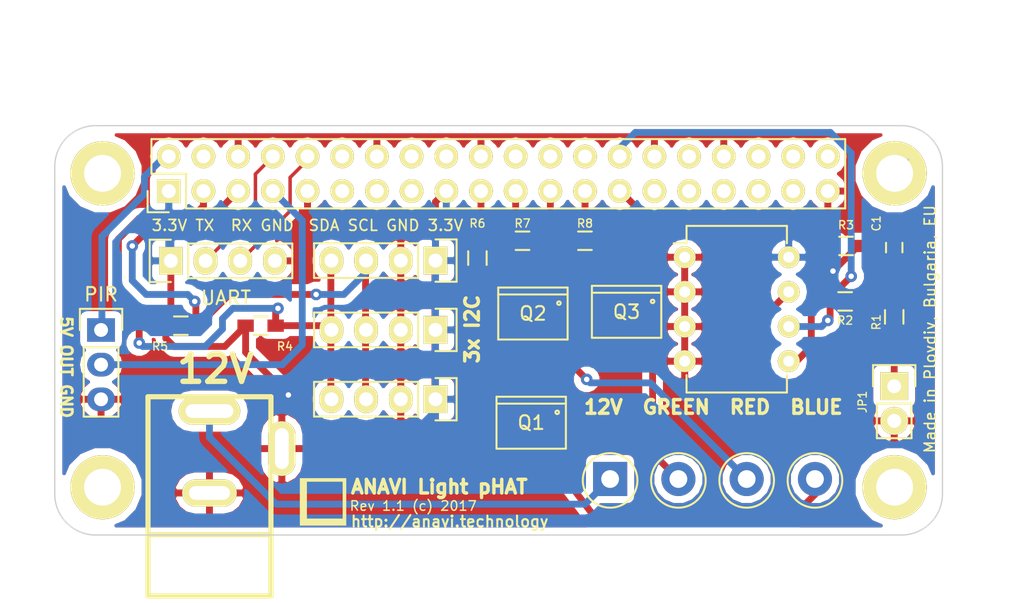
<source format=kicad_pcb>
(kicad_pcb (version 4) (host pcbnew 4.0.5+dfsg1-4)

  (general
    (links 79)
    (no_connects 1)
    (area 148.451099 74.953599 213.551101 105.053601)
    (thickness 1.6)
    (drawings 30)
    (tracks 215)
    (zones 0)
    (modules 27)
    (nets 22)
  )

  (page A4)
  (title_block
    (title "Anavi Infra pHAT")
    (date 2017-01-21)
    (company "Anavi Technology")
  )

  (layers
    (0 F.Cu signal)
    (31 B.Cu signal)
    (32 B.Adhes user)
    (33 F.Adhes user)
    (34 B.Paste user)
    (35 F.Paste user)
    (36 B.SilkS user)
    (37 F.SilkS user)
    (38 B.Mask user)
    (39 F.Mask user)
    (40 Dwgs.User user)
    (41 Cmts.User user)
    (42 Eco1.User user)
    (43 Eco2.User user)
    (44 Edge.Cuts user)
    (45 Margin user)
    (46 B.CrtYd user)
    (47 F.CrtYd user)
    (48 B.Fab user hide)
    (49 F.Fab user hide)
  )

  (setup
    (last_trace_width 0.5)
    (user_trace_width 0.254)
    (user_trace_width 0.5)
    (user_trace_width 0.754)
    (trace_clearance 0.254)
    (zone_clearance 0.508)
    (zone_45_only no)
    (trace_min 0.25)
    (segment_width 0.2)
    (edge_width 0.1)
    (via_size 0.85)
    (via_drill 0.4)
    (via_min_size 0.4)
    (via_min_drill 0.3)
    (uvia_size 0.35)
    (uvia_drill 0.1)
    (uvias_allowed no)
    (uvia_min_size 0.2)
    (uvia_min_drill 0.1)
    (pcb_text_width 0.3)
    (pcb_text_size 1.5 1.5)
    (mod_edge_width 0.15)
    (mod_text_size 1 1)
    (mod_text_width 0.15)
    (pad_size 4.7 4.7)
    (pad_drill 2.7)
    (pad_to_mask_clearance 0)
    (aux_axis_origin 0 0)
    (visible_elements FFFFFF7F)
    (pcbplotparams
      (layerselection 0x010ec_80000001)
      (usegerberextensions true)
      (excludeedgelayer true)
      (linewidth 0.100000)
      (plotframeref false)
      (viasonmask false)
      (mode 1)
      (useauxorigin false)
      (hpglpennumber 1)
      (hpglpenspeed 20)
      (hpglpendiameter 15)
      (hpglpenoverlay 2)
      (psnegative false)
      (psa4output false)
      (plotreference true)
      (plotvalue true)
      (plotinvisibletext false)
      (padsonsilk false)
      (subtractmaskfromsilk false)
      (outputformat 1)
      (mirror false)
      (drillshape 0)
      (scaleselection 1)
      (outputdirectory plots/rev1.0))
  )

  (net 0 "")
  (net 1 +3V3)
  (net 2 GND)
  (net 3 +5V)
  (net 4 "Net-(JP1-Pad1)")
  (net 5 "Net-(R2-Pad2)")
  (net 6 "Net-(R3-Pad2)")
  (net 7 /TXD)
  (net 8 /RXD)
  (net 9 "Net-(PIR1-Pad2)")
  (net 10 "Net-(Q1-Pad4)")
  (net 11 "Net-(Q1-Pad5)")
  (net 12 "Net-(Q2-Pad4)")
  (net 13 "Net-(Q2-Pad5)")
  (net 14 "Net-(Q3-Pad4)")
  (net 15 "Net-(Q3-Pad5)")
  (net 16 "Net-(DC1-Pad3)")
  (net 17 "Net-(R4-Pad2)")
  (net 18 "Net-(R5-Pad2)")
  (net 19 "Net-(R6-Pad2)")
  (net 20 "Net-(R7-Pad2)")
  (net 21 "Net-(R8-Pad2)")

  (net_class Default "This is the default net class."
    (clearance 0.254)
    (trace_width 0.5)
    (via_dia 0.85)
    (via_drill 0.4)
    (uvia_dia 0.35)
    (uvia_drill 0.1)
    (add_net +3V3)
    (add_net +5V)
    (add_net /RXD)
    (add_net /TXD)
    (add_net GND)
    (add_net "Net-(DC1-Pad3)")
    (add_net "Net-(JP1-Pad1)")
    (add_net "Net-(PIR1-Pad2)")
    (add_net "Net-(Q1-Pad4)")
    (add_net "Net-(Q1-Pad5)")
    (add_net "Net-(Q2-Pad4)")
    (add_net "Net-(Q2-Pad5)")
    (add_net "Net-(Q3-Pad4)")
    (add_net "Net-(Q3-Pad5)")
    (add_net "Net-(R2-Pad2)")
    (add_net "Net-(R3-Pad2)")
    (add_net "Net-(R4-Pad2)")
    (add_net "Net-(R5-Pad2)")
    (add_net "Net-(R6-Pad2)")
    (add_net "Net-(R7-Pad2)")
    (add_net "Net-(R8-Pad2)")
  )

  (net_class vcc ""
    (clearance 0.254)
    (trace_width 1.5)
    (via_dia 0.85)
    (via_drill 0.4)
    (uvia_dia 0.35)
    (uvia_drill 0.1)
  )

  (module Pin_Headers:Pin_Header_Straight_2x20 (layer F.Cu) (tedit 588FBD82) (tstamp 58831778)
    (at 156.85 79.8 90)
    (descr "Through hole pin header")
    (tags "pin header")
    (path /56FB7C7A)
    (fp_text reference RASP_CONN1 (at 0 -5.1 90) (layer F.SilkS) hide
      (effects (font (size 1 1) (thickness 0.15)))
    )
    (fp_text value Raspberry_PI (at 0 -3.1 90) (layer F.Fab) hide
      (effects (font (size 1 1) (thickness 0.15)))
    )
    (fp_line (start -1.75 -1.75) (end -1.75 50.05) (layer F.CrtYd) (width 0.05))
    (fp_line (start 4.3 -1.75) (end 4.3 50.05) (layer F.CrtYd) (width 0.05))
    (fp_line (start -1.75 -1.75) (end 4.3 -1.75) (layer F.CrtYd) (width 0.05))
    (fp_line (start -1.75 50.05) (end 4.3 50.05) (layer F.CrtYd) (width 0.05))
    (fp_line (start 3.81 49.53) (end 3.81 -1.27) (layer F.SilkS) (width 0.15))
    (fp_line (start -1.27 1.27) (end -1.27 49.53) (layer F.SilkS) (width 0.15))
    (fp_line (start 3.81 49.53) (end -1.27 49.53) (layer F.SilkS) (width 0.15))
    (fp_line (start 3.81 -1.27) (end 1.27 -1.27) (layer F.SilkS) (width 0.15))
    (fp_line (start 0 -1.55) (end -1.55 -1.55) (layer F.SilkS) (width 0.15))
    (fp_line (start 1.27 -1.27) (end 1.27 1.27) (layer F.SilkS) (width 0.15))
    (fp_line (start 1.27 1.27) (end -1.27 1.27) (layer F.SilkS) (width 0.15))
    (fp_line (start -1.55 -1.55) (end -1.55 0) (layer F.SilkS) (width 0.15))
    (pad 1 thru_hole rect (at 0 0 90) (size 1.7272 1.7272) (drill 1.016) (layers *.Cu *.Mask F.SilkS)
      (net 1 +3V3))
    (pad 2 thru_hole oval (at 2.54 0 90) (size 1.7272 1.7272) (drill 1.016) (layers *.Cu *.Mask F.SilkS)
      (net 3 +5V))
    (pad 3 thru_hole oval (at 0 2.54 90) (size 1.7272 1.7272) (drill 1.016) (layers *.Cu *.Mask F.SilkS)
      (net 17 "Net-(R4-Pad2)"))
    (pad 4 thru_hole oval (at 2.54 2.54 90) (size 1.7272 1.7272) (drill 1.016) (layers *.Cu *.Mask F.SilkS)
      (net 3 +5V))
    (pad 5 thru_hole oval (at 0 5.08 90) (size 1.7272 1.7272) (drill 1.016) (layers *.Cu *.Mask F.SilkS)
      (net 18 "Net-(R5-Pad2)"))
    (pad 6 thru_hole oval (at 2.54 5.08 90) (size 1.7272 1.7272) (drill 1.016) (layers *.Cu *.Mask F.SilkS)
      (net 2 GND))
    (pad 7 thru_hole oval (at 0 7.62 90) (size 1.7272 1.7272) (drill 1.016) (layers *.Cu *.Mask F.SilkS)
      (net 9 "Net-(PIR1-Pad2)"))
    (pad 8 thru_hole oval (at 2.54 7.62 90) (size 1.7272 1.7272) (drill 1.016) (layers *.Cu *.Mask F.SilkS)
      (net 7 /TXD))
    (pad 9 thru_hole oval (at 0 10.16 90) (size 1.7272 1.7272) (drill 1.016) (layers *.Cu *.Mask F.SilkS)
      (net 2 GND))
    (pad 10 thru_hole oval (at 2.54 10.16 90) (size 1.7272 1.7272) (drill 1.016) (layers *.Cu *.Mask F.SilkS)
      (net 8 /RXD))
    (pad 11 thru_hole oval (at 0 12.7 90) (size 1.7272 1.7272) (drill 1.016) (layers *.Cu *.Mask F.SilkS))
    (pad 12 thru_hole oval (at 2.54 12.7 90) (size 1.7272 1.7272) (drill 1.016) (layers *.Cu *.Mask F.SilkS))
    (pad 13 thru_hole oval (at 0 15.24 90) (size 1.7272 1.7272) (drill 1.016) (layers *.Cu *.Mask F.SilkS))
    (pad 14 thru_hole oval (at 2.54 15.24 90) (size 1.7272 1.7272) (drill 1.016) (layers *.Cu *.Mask F.SilkS)
      (net 2 GND))
    (pad 15 thru_hole oval (at 0 17.78 90) (size 1.7272 1.7272) (drill 1.016) (layers *.Cu *.Mask F.SilkS))
    (pad 16 thru_hole oval (at 2.54 17.78 90) (size 1.7272 1.7272) (drill 1.016) (layers *.Cu *.Mask F.SilkS))
    (pad 17 thru_hole oval (at 0 20.32 90) (size 1.7272 1.7272) (drill 1.016) (layers *.Cu *.Mask F.SilkS)
      (net 1 +3V3))
    (pad 18 thru_hole oval (at 2.54 20.32 90) (size 1.7272 1.7272) (drill 1.016) (layers *.Cu *.Mask F.SilkS))
    (pad 19 thru_hole oval (at 0 22.86 90) (size 1.7272 1.7272) (drill 1.016) (layers *.Cu *.Mask F.SilkS)
      (net 19 "Net-(R6-Pad2)"))
    (pad 20 thru_hole oval (at 2.54 22.86 90) (size 1.7272 1.7272) (drill 1.016) (layers *.Cu *.Mask F.SilkS)
      (net 2 GND))
    (pad 21 thru_hole oval (at 0 25.4 90) (size 1.7272 1.7272) (drill 1.016) (layers *.Cu *.Mask F.SilkS)
      (net 20 "Net-(R7-Pad2)"))
    (pad 22 thru_hole oval (at 2.54 25.4 90) (size 1.7272 1.7272) (drill 1.016) (layers *.Cu *.Mask F.SilkS))
    (pad 23 thru_hole oval (at 0 27.94 90) (size 1.7272 1.7272) (drill 1.016) (layers *.Cu *.Mask F.SilkS)
      (net 21 "Net-(R8-Pad2)"))
    (pad 24 thru_hole oval (at 2.54 27.94 90) (size 1.7272 1.7272) (drill 1.016) (layers *.Cu *.Mask F.SilkS))
    (pad 25 thru_hole oval (at 0 30.48 90) (size 1.7272 1.7272) (drill 1.016) (layers *.Cu *.Mask F.SilkS)
      (net 2 GND))
    (pad 26 thru_hole oval (at 2.54 30.48 90) (size 1.7272 1.7272) (drill 1.016) (layers *.Cu *.Mask F.SilkS))
    (pad 27 thru_hole oval (at 0 33.02 90) (size 1.7272 1.7272) (drill 1.016) (layers *.Cu *.Mask F.SilkS)
      (net 6 "Net-(R3-Pad2)"))
    (pad 28 thru_hole oval (at 2.54 33.02 90) (size 1.7272 1.7272) (drill 1.016) (layers *.Cu *.Mask F.SilkS)
      (net 5 "Net-(R2-Pad2)"))
    (pad 29 thru_hole oval (at 0 35.56 90) (size 1.7272 1.7272) (drill 1.016) (layers *.Cu *.Mask F.SilkS))
    (pad 30 thru_hole oval (at 2.54 35.56 90) (size 1.7272 1.7272) (drill 1.016) (layers *.Cu *.Mask F.SilkS)
      (net 2 GND))
    (pad 31 thru_hole oval (at 0 38.1 90) (size 1.7272 1.7272) (drill 1.016) (layers *.Cu *.Mask F.SilkS))
    (pad 32 thru_hole oval (at 2.54 38.1 90) (size 1.7272 1.7272) (drill 1.016) (layers *.Cu *.Mask F.SilkS))
    (pad 33 thru_hole oval (at 0 40.64 90) (size 1.7272 1.7272) (drill 1.016) (layers *.Cu *.Mask F.SilkS))
    (pad 34 thru_hole oval (at 2.54 40.64 90) (size 1.7272 1.7272) (drill 1.016) (layers *.Cu *.Mask F.SilkS)
      (net 2 GND))
    (pad 35 thru_hole oval (at 0 43.18 90) (size 1.7272 1.7272) (drill 1.016) (layers *.Cu *.Mask F.SilkS))
    (pad 36 thru_hole oval (at 2.54 43.18 90) (size 1.7272 1.7272) (drill 1.016) (layers *.Cu *.Mask F.SilkS))
    (pad 37 thru_hole oval (at 0 45.72 90) (size 1.7272 1.7272) (drill 1.016) (layers *.Cu *.Mask F.SilkS))
    (pad 38 thru_hole oval (at 2.54 45.72 90) (size 1.7272 1.7272) (drill 1.016) (layers *.Cu *.Mask F.SilkS))
    (pad 39 thru_hole oval (at 0 48.26 90) (size 1.7272 1.7272) (drill 1.016) (layers *.Cu *.Mask F.SilkS)
      (net 2 GND))
    (pad 40 thru_hole oval (at 2.54 48.26 90) (size 1.7272 1.7272) (drill 1.016) (layers *.Cu *.Mask F.SilkS))
    (model Pin_Headers.3dshapes/Pin_Header_Straight_2x20.wrl
      (at (xyz 0.05 -0.95 0))
      (scale (xyz 1 1 1))
      (rotate (xyz 0 0 90))
    )
  )

  (module Housings_DIP:DIP-8_W7.62mm (layer F.Cu) (tedit 588FBD0C) (tstamp 5883179C)
    (at 194.6275 84.6455)
    (descr "8-lead dip package, row spacing 7.62 mm (300 mils)")
    (tags "dil dip 2.54 300")
    (path /56FB5761)
    (fp_text reference U1 (at 0 -5.22) (layer F.SilkS) hide
      (effects (font (size 1 1) (thickness 0.15)))
    )
    (fp_text value CAT24C32WI-GT3 (at 0 -3.72) (layer F.Fab) hide
      (effects (font (size 1 1) (thickness 0.15)))
    )
    (fp_line (start -1.05 -2.45) (end -1.05 10.1) (layer F.CrtYd) (width 0.05))
    (fp_line (start 8.65 -2.45) (end 8.65 10.1) (layer F.CrtYd) (width 0.05))
    (fp_line (start -1.05 -2.45) (end 8.65 -2.45) (layer F.CrtYd) (width 0.05))
    (fp_line (start -1.05 10.1) (end 8.65 10.1) (layer F.CrtYd) (width 0.05))
    (fp_line (start 0.135 -2.295) (end 0.135 -1.025) (layer F.SilkS) (width 0.15))
    (fp_line (start 7.485 -2.295) (end 7.485 -1.025) (layer F.SilkS) (width 0.15))
    (fp_line (start 7.485 9.915) (end 7.485 8.645) (layer F.SilkS) (width 0.15))
    (fp_line (start 0.135 9.915) (end 0.135 8.645) (layer F.SilkS) (width 0.15))
    (fp_line (start 0.135 -2.295) (end 7.485 -2.295) (layer F.SilkS) (width 0.15))
    (fp_line (start 0.135 9.915) (end 7.485 9.915) (layer F.SilkS) (width 0.15))
    (fp_line (start 0.135 -1.025) (end -0.8 -1.025) (layer F.SilkS) (width 0.15))
    (pad 1 thru_hole oval (at 0 0) (size 1.6 1.6) (drill 0.8) (layers *.Cu *.Mask F.SilkS)
      (net 2 GND))
    (pad 2 thru_hole oval (at 0 2.54) (size 1.6 1.6) (drill 0.8) (layers *.Cu *.Mask F.SilkS)
      (net 2 GND))
    (pad 3 thru_hole oval (at 0 5.08) (size 1.6 1.6) (drill 0.8) (layers *.Cu *.Mask F.SilkS)
      (net 2 GND))
    (pad 4 thru_hole oval (at 0 7.62) (size 1.6 1.6) (drill 0.8) (layers *.Cu *.Mask F.SilkS)
      (net 2 GND))
    (pad 5 thru_hole oval (at 7.62 7.62) (size 1.6 1.6) (drill 0.8) (layers *.Cu *.Mask F.SilkS)
      (net 6 "Net-(R3-Pad2)"))
    (pad 6 thru_hole oval (at 7.62 5.08) (size 1.6 1.6) (drill 0.8) (layers *.Cu *.Mask F.SilkS)
      (net 5 "Net-(R2-Pad2)"))
    (pad 7 thru_hole oval (at 7.62 2.54) (size 1.6 1.6) (drill 0.8) (layers *.Cu *.Mask F.SilkS)
      (net 4 "Net-(JP1-Pad1)"))
    (pad 8 thru_hole oval (at 7.62 0) (size 1.6 1.6) (drill 0.8) (layers *.Cu *.Mask F.SilkS)
      (net 1 +3V3))
    (model Housings_DIP.3dshapes/DIP-8_W7.62mm.wrl
      (at (xyz 0 0 0))
      (scale (xyz 1 1 1))
      (rotate (xyz 0 0 0))
    )
  )

  (module Pin_Headers:Pin_Header_Straight_1x04 (layer F.Cu) (tedit 597050E7) (tstamp 588317A4)
    (at 157.0035 84.9125 90)
    (descr "Through hole pin header")
    (tags "pin header")
    (path /574EB04E)
    (fp_text reference UART (at -2.7175 4.0325 180) (layer F.SilkS)
      (effects (font (size 1 1) (thickness 0.15)))
    )
    (fp_text value CONN_01X04 (at 0 -3.1 90) (layer F.Fab) hide
      (effects (font (size 1 1) (thickness 0.15)))
    )
    (fp_line (start -1.75 -1.75) (end -1.75 9.4) (layer F.CrtYd) (width 0.05))
    (fp_line (start 1.75 -1.75) (end 1.75 9.4) (layer F.CrtYd) (width 0.05))
    (fp_line (start -1.75 -1.75) (end 1.75 -1.75) (layer F.CrtYd) (width 0.05))
    (fp_line (start -1.75 9.4) (end 1.75 9.4) (layer F.CrtYd) (width 0.05))
    (fp_line (start -1.27 1.27) (end -1.27 8.89) (layer F.SilkS) (width 0.15))
    (fp_line (start 1.27 1.27) (end 1.27 8.89) (layer F.SilkS) (width 0.15))
    (fp_line (start 1.55 -1.55) (end 1.55 0) (layer F.SilkS) (width 0.15))
    (fp_line (start -1.27 8.89) (end 1.27 8.89) (layer F.SilkS) (width 0.15))
    (fp_line (start 1.27 1.27) (end -1.27 1.27) (layer F.SilkS) (width 0.15))
    (fp_line (start -1.55 0) (end -1.55 -1.55) (layer F.SilkS) (width 0.15))
    (fp_line (start -1.55 -1.55) (end 1.55 -1.55) (layer F.SilkS) (width 0.15))
    (pad 1 thru_hole rect (at 0 0 90) (size 2.032 1.7272) (drill 1.016) (layers *.Cu *.Mask F.SilkS)
      (net 1 +3V3))
    (pad 2 thru_hole oval (at 0 2.54 90) (size 2.032 1.7272) (drill 1.016) (layers *.Cu *.Mask F.SilkS)
      (net 7 /TXD))
    (pad 3 thru_hole oval (at 0 5.08 90) (size 2.032 1.7272) (drill 1.016) (layers *.Cu *.Mask F.SilkS)
      (net 8 /RXD))
    (pad 4 thru_hole oval (at 0 7.62 90) (size 2.032 1.7272) (drill 1.016) (layers *.Cu *.Mask F.SilkS)
      (net 2 GND))
    (model Pin_Headers.3dshapes/Pin_Header_Straight_1x04.wrl
      (at (xyz 0 -0.15 0))
      (scale (xyz 1 1 1))
      (rotate (xyz 0 0 90))
    )
  )

  (module Capacitors_SMD:C_0603_HandSoldering (layer F.Cu) (tedit 5991FE5B) (tstamp 58831703)
    (at 209.97 83.94 90)
    (descr "Capacitor SMD 0603, hand soldering")
    (tags "capacitor 0603")
    (path /56FB5967)
    (attr smd)
    (fp_text reference C1 (at 1.771 -1.309 90) (layer F.SilkS)
      (effects (font (size 0.6 0.6) (thickness 0.1)))
    )
    (fp_text value 0.1 (at 0 1.9 90) (layer F.Fab) hide
      (effects (font (size 1 1) (thickness 0.15)))
    )
    (fp_line (start -1.85 -0.75) (end 1.85 -0.75) (layer F.CrtYd) (width 0.05))
    (fp_line (start -1.85 0.75) (end 1.85 0.75) (layer F.CrtYd) (width 0.05))
    (fp_line (start -1.85 -0.75) (end -1.85 0.75) (layer F.CrtYd) (width 0.05))
    (fp_line (start 1.85 -0.75) (end 1.85 0.75) (layer F.CrtYd) (width 0.05))
    (fp_line (start -0.35 -0.6) (end 0.35 -0.6) (layer F.SilkS) (width 0.15))
    (fp_line (start 0.35 0.6) (end -0.35 0.6) (layer F.SilkS) (width 0.15))
    (pad 1 smd rect (at -0.95 0 90) (size 1.2 0.75) (layers F.Cu F.Paste F.Mask)
      (net 1 +3V3))
    (pad 2 smd rect (at 0.95 0 90) (size 1.2 0.75) (layers F.Cu F.Paste F.Mask)
      (net 2 GND))
    (model Capacitors_SMD.3dshapes/C_0603_HandSoldering.wrl
      (at (xyz 0 0 0))
      (scale (xyz 1 1 1))
      (rotate (xyz 0 0 0))
    )
  )

  (module Pin_Headers:Pin_Header_Straight_1x02 (layer F.Cu) (tedit 5991FBDA) (tstamp 5883171B)
    (at 209.97 94.1)
    (descr "Through hole pin header")
    (tags "pin header")
    (path /570C5478)
    (fp_text reference JP1 (at -2.325 1.15 90) (layer F.SilkS)
      (effects (font (size 0.6 0.6) (thickness 0.1)))
    )
    (fp_text value JUMPER (at 0 -3.1) (layer F.Fab) hide
      (effects (font (size 1 1) (thickness 0.15)))
    )
    (fp_line (start 1.27 1.27) (end 1.27 3.81) (layer F.SilkS) (width 0.15))
    (fp_line (start 1.55 -1.55) (end 1.55 0) (layer F.SilkS) (width 0.15))
    (fp_line (start -1.75 -1.75) (end -1.75 4.3) (layer F.CrtYd) (width 0.05))
    (fp_line (start 1.75 -1.75) (end 1.75 4.3) (layer F.CrtYd) (width 0.05))
    (fp_line (start -1.75 -1.75) (end 1.75 -1.75) (layer F.CrtYd) (width 0.05))
    (fp_line (start -1.75 4.3) (end 1.75 4.3) (layer F.CrtYd) (width 0.05))
    (fp_line (start 1.27 1.27) (end -1.27 1.27) (layer F.SilkS) (width 0.15))
    (fp_line (start -1.55 0) (end -1.55 -1.55) (layer F.SilkS) (width 0.15))
    (fp_line (start -1.55 -1.55) (end 1.55 -1.55) (layer F.SilkS) (width 0.15))
    (fp_line (start -1.27 1.27) (end -1.27 3.81) (layer F.SilkS) (width 0.15))
    (fp_line (start -1.27 3.81) (end 1.27 3.81) (layer F.SilkS) (width 0.15))
    (pad 1 thru_hole rect (at 0 0) (size 2.032 2.032) (drill 1.016) (layers *.Cu *.Mask F.SilkS)
      (net 4 "Net-(JP1-Pad1)"))
    (pad 2 thru_hole oval (at 0 2.54) (size 2.032 2.032) (drill 1.016) (layers *.Cu *.Mask F.SilkS)
      (net 2 GND))
    (model Pin_Headers.3dshapes/Pin_Header_Straight_1x02.wrl
      (at (xyz 0 -0.05 0))
      (scale (xyz 1 1 1))
      (rotate (xyz 0 0 90))
    )
  )

  (module Resistors_SMD:R_0603_HandSoldering (layer F.Cu) (tedit 5991FE5E) (tstamp 58831728)
    (at 209.97 89.02 270)
    (descr "Resistor SMD 0603, hand soldering")
    (tags "resistor 0603")
    (path /56FB57DD)
    (attr smd)
    (fp_text reference R1 (at 0.388 1.309 270) (layer F.SilkS)
      (effects (font (size 0.6 0.6) (thickness 0.1)))
    )
    (fp_text value 1K (at 0 1.9 270) (layer F.Fab) hide
      (effects (font (size 1 1) (thickness 0.15)))
    )
    (fp_line (start -2 -0.8) (end 2 -0.8) (layer F.CrtYd) (width 0.05))
    (fp_line (start -2 0.8) (end 2 0.8) (layer F.CrtYd) (width 0.05))
    (fp_line (start -2 -0.8) (end -2 0.8) (layer F.CrtYd) (width 0.05))
    (fp_line (start 2 -0.8) (end 2 0.8) (layer F.CrtYd) (width 0.05))
    (fp_line (start 0.5 0.675) (end -0.5 0.675) (layer F.SilkS) (width 0.15))
    (fp_line (start -0.5 -0.675) (end 0.5 -0.675) (layer F.SilkS) (width 0.15))
    (pad 1 smd rect (at -1.1 0 270) (size 1.2 0.9) (layers F.Cu F.Paste F.Mask)
      (net 1 +3V3))
    (pad 2 smd rect (at 1.1 0 270) (size 1.2 0.9) (layers F.Cu F.Paste F.Mask)
      (net 4 "Net-(JP1-Pad1)"))
    (model Resistors_SMD.3dshapes/R_0603_HandSoldering.wrl
      (at (xyz 0 0 0))
      (scale (xyz 1 1 1))
      (rotate (xyz 0 0 0))
    )
  )

  (module Resistors_SMD:R_0603_HandSoldering (layer F.Cu) (tedit 5991FE57) (tstamp 5883172E)
    (at 206.375 87.884 180)
    (descr "Resistor SMD 0603, hand soldering")
    (tags "resistor 0603")
    (path /56FB589D)
    (attr smd)
    (fp_text reference R2 (at 0 -1.397 180) (layer F.SilkS)
      (effects (font (size 0.6 0.6) (thickness 0.1)))
    )
    (fp_text value 4.7K (at 0 1.9 180) (layer F.Fab) hide
      (effects (font (size 1 1) (thickness 0.15)))
    )
    (fp_line (start -2 -0.8) (end 2 -0.8) (layer F.CrtYd) (width 0.05))
    (fp_line (start -2 0.8) (end 2 0.8) (layer F.CrtYd) (width 0.05))
    (fp_line (start -2 -0.8) (end -2 0.8) (layer F.CrtYd) (width 0.05))
    (fp_line (start 2 -0.8) (end 2 0.8) (layer F.CrtYd) (width 0.05))
    (fp_line (start 0.5 0.675) (end -0.5 0.675) (layer F.SilkS) (width 0.15))
    (fp_line (start -0.5 -0.675) (end 0.5 -0.675) (layer F.SilkS) (width 0.15))
    (pad 1 smd rect (at -1.1 0 180) (size 1.2 0.9) (layers F.Cu F.Paste F.Mask)
      (net 1 +3V3))
    (pad 2 smd rect (at 1.1 0 180) (size 1.2 0.9) (layers F.Cu F.Paste F.Mask)
      (net 5 "Net-(R2-Pad2)"))
    (model Resistors_SMD.3dshapes/R_0603_HandSoldering.wrl
      (at (xyz 0 0 0))
      (scale (xyz 1 1 1))
      (rotate (xyz 0 0 0))
    )
  )

  (module Resistors_SMD:R_0603_HandSoldering (layer F.Cu) (tedit 5991FE59) (tstamp 58831734)
    (at 206.4385 83.82 180)
    (descr "Resistor SMD 0603, hand soldering")
    (tags "resistor 0603")
    (path /56FB5912)
    (attr smd)
    (fp_text reference R3 (at 0 1.524 180) (layer F.SilkS)
      (effects (font (size 0.6 0.6) (thickness 0.1)))
    )
    (fp_text value 4.7K (at 0 1.9 180) (layer F.Fab) hide
      (effects (font (size 1 1) (thickness 0.15)))
    )
    (fp_line (start -2 -0.8) (end 2 -0.8) (layer F.CrtYd) (width 0.05))
    (fp_line (start -2 0.8) (end 2 0.8) (layer F.CrtYd) (width 0.05))
    (fp_line (start -2 -0.8) (end -2 0.8) (layer F.CrtYd) (width 0.05))
    (fp_line (start 2 -0.8) (end 2 0.8) (layer F.CrtYd) (width 0.05))
    (fp_line (start 0.5 0.675) (end -0.5 0.675) (layer F.SilkS) (width 0.15))
    (fp_line (start -0.5 -0.675) (end 0.5 -0.675) (layer F.SilkS) (width 0.15))
    (pad 1 smd rect (at -1.1 0 180) (size 1.2 0.9) (layers F.Cu F.Paste F.Mask)
      (net 1 +3V3))
    (pad 2 smd rect (at 1.1 0 180) (size 1.2 0.9) (layers F.Cu F.Paste F.Mask)
      (net 6 "Net-(R3-Pad2)"))
    (model Resistors_SMD.3dshapes/R_0603_HandSoldering.wrl
      (at (xyz 0 0 0))
      (scale (xyz 1 1 1))
      (rotate (xyz 0 0 0))
    )
  )

  (module Pin_Headers:Pin_Header_Straight_1x04 (layer F.Cu) (tedit 588FBD3A) (tstamp 58831780)
    (at 176.3785 95.0525 270)
    (descr "Through hole pin header")
    (tags "pin header")
    (path /5704A9C3)
    (fp_text reference SENS1 (at 0 -5.1 270) (layer F.SilkS) hide
      (effects (font (size 1 1) (thickness 0.15)))
    )
    (fp_text value I2C_SENS_1 (at 0 -3.1 270) (layer F.Fab) hide
      (effects (font (size 1 1) (thickness 0.15)))
    )
    (fp_line (start -1.75 -1.75) (end -1.75 9.4) (layer F.CrtYd) (width 0.05))
    (fp_line (start 1.75 -1.75) (end 1.75 9.4) (layer F.CrtYd) (width 0.05))
    (fp_line (start -1.75 -1.75) (end 1.75 -1.75) (layer F.CrtYd) (width 0.05))
    (fp_line (start -1.75 9.4) (end 1.75 9.4) (layer F.CrtYd) (width 0.05))
    (fp_line (start -1.27 1.27) (end -1.27 8.89) (layer F.SilkS) (width 0.15))
    (fp_line (start 1.27 1.27) (end 1.27 8.89) (layer F.SilkS) (width 0.15))
    (fp_line (start 1.55 -1.55) (end 1.55 0) (layer F.SilkS) (width 0.15))
    (fp_line (start -1.27 8.89) (end 1.27 8.89) (layer F.SilkS) (width 0.15))
    (fp_line (start 1.27 1.27) (end -1.27 1.27) (layer F.SilkS) (width 0.15))
    (fp_line (start -1.55 0) (end -1.55 -1.55) (layer F.SilkS) (width 0.15))
    (fp_line (start -1.55 -1.55) (end 1.55 -1.55) (layer F.SilkS) (width 0.15))
    (pad 1 thru_hole rect (at 0 0 270) (size 2.032 1.7272) (drill 1.016) (layers *.Cu *.Mask F.SilkS)
      (net 1 +3V3))
    (pad 2 thru_hole oval (at 0 2.54 270) (size 2.032 1.7272) (drill 1.016) (layers *.Cu *.Mask F.SilkS)
      (net 2 GND))
    (pad 3 thru_hole oval (at 0 5.08 270) (size 2.032 1.7272) (drill 1.016) (layers *.Cu *.Mask F.SilkS)
      (net 18 "Net-(R5-Pad2)"))
    (pad 4 thru_hole oval (at 0 7.62 270) (size 2.032 1.7272) (drill 1.016) (layers *.Cu *.Mask F.SilkS)
      (net 17 "Net-(R4-Pad2)"))
    (model Pin_Headers.3dshapes/Pin_Header_Straight_1x04.wrl
      (at (xyz 0 -0.15 0))
      (scale (xyz 1 1 1))
      (rotate (xyz 0 0 90))
    )
  )

  (module Pin_Headers:Pin_Header_Straight_1x04 (layer F.Cu) (tedit 588FBD33) (tstamp 58831788)
    (at 176.3785 89.9725 270)
    (descr "Through hole pin header")
    (tags "pin header")
    (path /5752A123)
    (fp_text reference SENS2 (at 0 -5.1 270) (layer F.SilkS) hide
      (effects (font (size 1 1) (thickness 0.15)))
    )
    (fp_text value I2C_SENS_1 (at 0 -3.1 270) (layer F.Fab) hide
      (effects (font (size 1 1) (thickness 0.15)))
    )
    (fp_line (start -1.75 -1.75) (end -1.75 9.4) (layer F.CrtYd) (width 0.05))
    (fp_line (start 1.75 -1.75) (end 1.75 9.4) (layer F.CrtYd) (width 0.05))
    (fp_line (start -1.75 -1.75) (end 1.75 -1.75) (layer F.CrtYd) (width 0.05))
    (fp_line (start -1.75 9.4) (end 1.75 9.4) (layer F.CrtYd) (width 0.05))
    (fp_line (start -1.27 1.27) (end -1.27 8.89) (layer F.SilkS) (width 0.15))
    (fp_line (start 1.27 1.27) (end 1.27 8.89) (layer F.SilkS) (width 0.15))
    (fp_line (start 1.55 -1.55) (end 1.55 0) (layer F.SilkS) (width 0.15))
    (fp_line (start -1.27 8.89) (end 1.27 8.89) (layer F.SilkS) (width 0.15))
    (fp_line (start 1.27 1.27) (end -1.27 1.27) (layer F.SilkS) (width 0.15))
    (fp_line (start -1.55 0) (end -1.55 -1.55) (layer F.SilkS) (width 0.15))
    (fp_line (start -1.55 -1.55) (end 1.55 -1.55) (layer F.SilkS) (width 0.15))
    (pad 1 thru_hole rect (at 0 0 270) (size 2.032 1.7272) (drill 1.016) (layers *.Cu *.Mask F.SilkS)
      (net 1 +3V3))
    (pad 2 thru_hole oval (at 0 2.54 270) (size 2.032 1.7272) (drill 1.016) (layers *.Cu *.Mask F.SilkS)
      (net 2 GND))
    (pad 3 thru_hole oval (at 0 5.08 270) (size 2.032 1.7272) (drill 1.016) (layers *.Cu *.Mask F.SilkS)
      (net 18 "Net-(R5-Pad2)"))
    (pad 4 thru_hole oval (at 0 7.62 270) (size 2.032 1.7272) (drill 1.016) (layers *.Cu *.Mask F.SilkS)
      (net 17 "Net-(R4-Pad2)"))
    (model Pin_Headers.3dshapes/Pin_Header_Straight_1x04.wrl
      (at (xyz 0 -0.15 0))
      (scale (xyz 1 1 1))
      (rotate (xyz 0 0 90))
    )
  )

  (module Pin_Headers:Pin_Header_Straight_1x04 (layer F.Cu) (tedit 588FBD12) (tstamp 58831790)
    (at 176.3785 84.8925 270)
    (descr "Through hole pin header")
    (tags "pin header")
    (path /5752A2F7)
    (fp_text reference SENS3 (at 0 -5.1 270) (layer F.SilkS) hide
      (effects (font (size 1 1) (thickness 0.15)))
    )
    (fp_text value I2C_SENS_1 (at 0 -3.1 270) (layer F.Fab) hide
      (effects (font (size 1 1) (thickness 0.15)))
    )
    (fp_line (start -1.75 -1.75) (end -1.75 9.4) (layer F.CrtYd) (width 0.05))
    (fp_line (start 1.75 -1.75) (end 1.75 9.4) (layer F.CrtYd) (width 0.05))
    (fp_line (start -1.75 -1.75) (end 1.75 -1.75) (layer F.CrtYd) (width 0.05))
    (fp_line (start -1.75 9.4) (end 1.75 9.4) (layer F.CrtYd) (width 0.05))
    (fp_line (start -1.27 1.27) (end -1.27 8.89) (layer F.SilkS) (width 0.15))
    (fp_line (start 1.27 1.27) (end 1.27 8.89) (layer F.SilkS) (width 0.15))
    (fp_line (start 1.55 -1.55) (end 1.55 0) (layer F.SilkS) (width 0.15))
    (fp_line (start -1.27 8.89) (end 1.27 8.89) (layer F.SilkS) (width 0.15))
    (fp_line (start 1.27 1.27) (end -1.27 1.27) (layer F.SilkS) (width 0.15))
    (fp_line (start -1.55 0) (end -1.55 -1.55) (layer F.SilkS) (width 0.15))
    (fp_line (start -1.55 -1.55) (end 1.55 -1.55) (layer F.SilkS) (width 0.15))
    (pad 1 thru_hole rect (at 0 0 270) (size 2.032 1.7272) (drill 1.016) (layers *.Cu *.Mask F.SilkS)
      (net 1 +3V3))
    (pad 2 thru_hole oval (at 0 2.54 270) (size 2.032 1.7272) (drill 1.016) (layers *.Cu *.Mask F.SilkS)
      (net 2 GND))
    (pad 3 thru_hole oval (at 0 5.08 270) (size 2.032 1.7272) (drill 1.016) (layers *.Cu *.Mask F.SilkS)
      (net 18 "Net-(R5-Pad2)"))
    (pad 4 thru_hole oval (at 0 7.62 270) (size 2.032 1.7272) (drill 1.016) (layers *.Cu *.Mask F.SilkS)
      (net 17 "Net-(R4-Pad2)"))
    (model Pin_Headers.3dshapes/Pin_Header_Straight_1x04.wrl
      (at (xyz 0 -0.15 0))
      (scale (xyz 1 1 1))
      (rotate (xyz 0 0 90))
    )
  )

  (module Mounting_Holes:MountingHole_2.7mm_M2.5_DIN965_Pad (layer F.Cu) (tedit 588FBCDB) (tstamp 588C38C3)
    (at 152 78.5)
    (descr "Mounting Hole 2.7mm, M2.5, DIN965")
    (tags "mounting hole 2.7mm m2.5 din965")
    (fp_text reference REF1 (at 0 -3.35) (layer F.SilkS) hide
      (effects (font (size 1 1) (thickness 0.15)))
    )
    (fp_text value MountingHole_2.7mm_M2.5_DIN965_Pad (at 0 3.35) (layer F.Fab) hide
      (effects (font (size 1 1) (thickness 0.15)))
    )
    (fp_circle (center 0 0) (end 2.35 0) (layer Cmts.User) (width 0.15))
    (fp_circle (center 0 0) (end 2.6 0) (layer F.CrtYd) (width 0.05))
    (pad 1 thru_hole circle (at 0 0) (size 4.7 4.7) (drill 2.7) (layers *.Cu *.Mask F.SilkS))
  )

  (module Mounting_Holes:MountingHole_2.7mm_M2.5_DIN965_Pad (layer F.Cu) (tedit 588FBCD6) (tstamp 588C38D0)
    (at 210 78.5)
    (descr "Mounting Hole 2.7mm, M2.5, DIN965")
    (tags "mounting hole 2.7mm m2.5 din965")
    (fp_text reference REF2 (at 0 -3.35) (layer F.SilkS) hide
      (effects (font (size 1 1) (thickness 0.15)))
    )
    (fp_text value MountingHole_2.7mm_M2.5_DIN965_Pad (at 0 3.35) (layer F.Fab) hide
      (effects (font (size 1 1) (thickness 0.15)))
    )
    (fp_circle (center 0 0) (end 2.35 0) (layer Cmts.User) (width 0.15))
    (fp_circle (center 0 0) (end 2.6 0) (layer F.CrtYd) (width 0.05))
    (pad 2 thru_hole circle (at 0 0) (size 4.7 4.7) (drill 2.7) (layers *.Cu *.Mask F.SilkS))
  )

  (module Mounting_Holes:MountingHole_2.7mm_M2.5_DIN965_Pad (layer F.Cu) (tedit 588FBCC1) (tstamp 588C398A)
    (at 210 101.5)
    (descr "Mounting Hole 2.7mm, M2.5, DIN965")
    (tags "mounting hole 2.7mm m2.5 din965")
    (fp_text reference REF3 (at 0 -3.35) (layer F.SilkS) hide
      (effects (font (size 1 1) (thickness 0.15)))
    )
    (fp_text value MountingHole_2.7mm_M2.5_DIN965_Pad (at 0 3.35) (layer F.Fab) hide
      (effects (font (size 1 1) (thickness 0.15)))
    )
    (fp_circle (center 0 0) (end 2.35 0) (layer Cmts.User) (width 0.15))
    (fp_circle (center 0 0) (end 2.6 0) (layer F.CrtYd) (width 0.05))
    (pad 3 thru_hole circle (at 0 0) (size 4.7 4.7) (drill 2.7) (layers *.Cu *.Mask F.SilkS))
  )

  (module Mounting_Holes:MountingHole_2.7mm_M2.5_DIN965_Pad (layer F.Cu) (tedit 588FBCE4) (tstamp 588C39A5)
    (at 152 101.5)
    (descr "Mounting Hole 2.7mm, M2.5, DIN965")
    (tags "mounting hole 2.7mm m2.5 din965")
    (fp_text reference REF4 (at 0 -3.35) (layer F.SilkS) hide
      (effects (font (size 1 1) (thickness 0.15)))
    )
    (fp_text value MountingHole_2.7mm_M2.5_DIN965_Pad (at 0 3.35) (layer F.Fab) hide
      (effects (font (size 1 1) (thickness 0.15)))
    )
    (fp_circle (center 0 0) (end 2.35 0) (layer Cmts.User) (width 0.15))
    (fp_circle (center 0 0) (end 2.6 0) (layer F.CrtYd) (width 0.05))
    (pad 4 thru_hole circle (at 0 0) (size 4.7 4.7) (drill 2.7) (layers *.Cu *.Mask F.SilkS))
  )

  (module logo:anavi-logo (layer F.Cu) (tedit 588538F6) (tstamp 58884B14)
    (at 168.148 102.616)
    (fp_text reference "" (at 0 0) (layer F.SilkS) hide
      (effects (font (thickness 0.3)))
    )
    (fp_text value LOGO (at 0.75 0) (layer F.SilkS) hide
      (effects (font (thickness 0.3)))
    )
    (fp_poly (pts (xy 1.693334 1.693334) (xy -1.693333 1.693334) (xy -1.693333 -1.524) (xy -1.185333 -1.524)
      (xy -1.185333 1.185334) (xy 1.439334 1.185334) (xy 1.439334 -1.524) (xy -1.185333 -1.524)
      (xy -1.693333 -1.524) (xy -1.693333 -1.778) (xy 1.693334 -1.778) (xy 1.693334 1.693334)) (layer F.SilkS) (width 0.01))
  )

  (module Pin_Headers:Pin_Header_Straight_1x03 (layer F.Cu) (tedit 596FF4D6) (tstamp 596E877C)
    (at 151.892 89.9795)
    (descr "Through hole pin header")
    (tags "pin header")
    (path /596E280F)
    (fp_text reference PIR (at 0 -2.6035) (layer F.SilkS)
      (effects (font (size 1 1) (thickness 0.15)))
    )
    (fp_text value CONN_01X03 (at 0 -3.1) (layer F.Fab) hide
      (effects (font (size 1 1) (thickness 0.15)))
    )
    (fp_line (start -1.75 -1.75) (end -1.75 6.85) (layer F.CrtYd) (width 0.05))
    (fp_line (start 1.75 -1.75) (end 1.75 6.85) (layer F.CrtYd) (width 0.05))
    (fp_line (start -1.75 -1.75) (end 1.75 -1.75) (layer F.CrtYd) (width 0.05))
    (fp_line (start -1.75 6.85) (end 1.75 6.85) (layer F.CrtYd) (width 0.05))
    (fp_line (start -1.27 1.27) (end -1.27 6.35) (layer F.SilkS) (width 0.15))
    (fp_line (start -1.27 6.35) (end 1.27 6.35) (layer F.SilkS) (width 0.15))
    (fp_line (start 1.27 6.35) (end 1.27 1.27) (layer F.SilkS) (width 0.15))
    (fp_line (start 1.55 -1.55) (end 1.55 0) (layer F.SilkS) (width 0.15))
    (fp_line (start 1.27 1.27) (end -1.27 1.27) (layer F.SilkS) (width 0.15))
    (fp_line (start -1.55 0) (end -1.55 -1.55) (layer F.SilkS) (width 0.15))
    (fp_line (start -1.55 -1.55) (end 1.55 -1.55) (layer F.SilkS) (width 0.15))
    (pad 1 thru_hole rect (at 0 0) (size 2.032 1.7272) (drill 1.016) (layers *.Cu *.Mask)
      (net 3 +5V))
    (pad 2 thru_hole oval (at 0 2.54) (size 2.032 1.7272) (drill 1.016) (layers *.Cu *.Mask)
      (net 9 "Net-(PIR1-Pad2)"))
    (pad 3 thru_hole oval (at 0 5.08) (size 2.032 1.7272) (drill 1.016) (layers *.Cu *.Mask)
      (net 2 GND))
    (model Pin_Headers.3dshapes/Pin_Header_Straight_1x03.wrl
      (at (xyz 0 -0.1 0))
      (scale (xyz 1 1 1))
      (rotate (xyz 0 0 90))
    )
  )

  (module SO-8 (layer F.Cu) (tedit 596E39BD) (tstamp 596E9DA2)
    (at 183.388 96.774 180)
    (descr "SO-8 Surface Mount Small Outline 150mil 8pin Package")
    (tags "Power Integrations D Package")
    (path /596E3489)
    (fp_text reference Q1 (at 0 0 180) (layer F.SilkS)
      (effects (font (size 1 1) (thickness 0.15)))
    )
    (fp_text value IRF8721PBF-1 (at 0 0 180) (layer F.Fab) hide
      (effects (font (size 1 1) (thickness 0.15)))
    )
    (fp_circle (center -1.905 0.762) (end -1.778 0.762) (layer F.SilkS) (width 0.15))
    (fp_line (start -2.54 1.397) (end 2.54 1.397) (layer F.SilkS) (width 0.15))
    (fp_line (start -2.54 -1.905) (end 2.54 -1.905) (layer F.SilkS) (width 0.15))
    (fp_line (start -2.54 1.905) (end 2.54 1.905) (layer F.SilkS) (width 0.15))
    (fp_line (start -2.54 1.905) (end -2.54 -1.905) (layer F.SilkS) (width 0.15))
    (fp_line (start 2.54 1.905) (end 2.54 -1.905) (layer F.SilkS) (width 0.15))
    (pad 1 smd oval (at -1.905 2.794 180) (size 0.6096 1.4732) (layers F.Cu F.Paste F.Mask)
      (net 2 GND))
    (pad 2 smd oval (at -0.635 2.794 180) (size 0.6096 1.4732) (layers F.Cu F.Paste F.Mask)
      (net 2 GND))
    (pad 3 smd oval (at 0.635 2.794 180) (size 0.6096 1.4732) (layers F.Cu F.Paste F.Mask)
      (net 2 GND))
    (pad 4 smd oval (at 1.905 2.794 180) (size 0.6096 1.4732) (layers F.Cu F.Paste F.Mask)
      (net 10 "Net-(Q1-Pad4)"))
    (pad 5 smd oval (at 1.905 -2.794 180) (size 0.6096 1.4732) (layers F.Cu F.Paste F.Mask)
      (net 11 "Net-(Q1-Pad5)"))
    (pad 6 smd oval (at 0.635 -2.794 180) (size 0.6096 1.4732) (layers F.Cu F.Paste F.Mask)
      (net 11 "Net-(Q1-Pad5)"))
    (pad 7 smd oval (at -0.635 -2.794 180) (size 0.6096 1.4732) (layers F.Cu F.Paste F.Mask)
      (net 11 "Net-(Q1-Pad5)"))
    (pad 8 smd oval (at -1.905 -2.794 180) (size 0.6096 1.4732) (layers F.Cu F.Paste F.Mask)
      (net 11 "Net-(Q1-Pad5)"))
  )

  (module SO-8 (layer F.Cu) (tedit 596E39B8) (tstamp 596E9DB4)
    (at 183.515 88.773 180)
    (descr "SO-8 Surface Mount Small Outline 150mil 8pin Package")
    (tags "Power Integrations D Package")
    (path /596E3558)
    (fp_text reference Q2 (at 0 0 180) (layer F.SilkS)
      (effects (font (size 1 1) (thickness 0.15)))
    )
    (fp_text value IRF8721PBF-1 (at 0 0 180) (layer F.Fab) hide
      (effects (font (size 1 1) (thickness 0.15)))
    )
    (fp_circle (center -1.905 0.762) (end -1.778 0.762) (layer F.SilkS) (width 0.15))
    (fp_line (start -2.54 1.397) (end 2.54 1.397) (layer F.SilkS) (width 0.15))
    (fp_line (start -2.54 -1.905) (end 2.54 -1.905) (layer F.SilkS) (width 0.15))
    (fp_line (start -2.54 1.905) (end 2.54 1.905) (layer F.SilkS) (width 0.15))
    (fp_line (start -2.54 1.905) (end -2.54 -1.905) (layer F.SilkS) (width 0.15))
    (fp_line (start 2.54 1.905) (end 2.54 -1.905) (layer F.SilkS) (width 0.15))
    (pad 1 smd oval (at -1.905 2.794 180) (size 0.6096 1.4732) (layers F.Cu F.Paste F.Mask)
      (net 2 GND))
    (pad 2 smd oval (at -0.635 2.794 180) (size 0.6096 1.4732) (layers F.Cu F.Paste F.Mask)
      (net 2 GND))
    (pad 3 smd oval (at 0.635 2.794 180) (size 0.6096 1.4732) (layers F.Cu F.Paste F.Mask)
      (net 2 GND))
    (pad 4 smd oval (at 1.905 2.794 180) (size 0.6096 1.4732) (layers F.Cu F.Paste F.Mask)
      (net 12 "Net-(Q2-Pad4)"))
    (pad 5 smd oval (at 1.905 -2.794 180) (size 0.6096 1.4732) (layers F.Cu F.Paste F.Mask)
      (net 13 "Net-(Q2-Pad5)"))
    (pad 6 smd oval (at 0.635 -2.794 180) (size 0.6096 1.4732) (layers F.Cu F.Paste F.Mask)
      (net 13 "Net-(Q2-Pad5)"))
    (pad 7 smd oval (at -0.635 -2.794 180) (size 0.6096 1.4732) (layers F.Cu F.Paste F.Mask)
      (net 13 "Net-(Q2-Pad5)"))
    (pad 8 smd oval (at -1.905 -2.794 180) (size 0.6096 1.4732) (layers F.Cu F.Paste F.Mask)
      (net 13 "Net-(Q2-Pad5)"))
  )

  (module SO-8 (layer F.Cu) (tedit 596E39B4) (tstamp 596E9DC6)
    (at 190.373 88.646 180)
    (descr "SO-8 Surface Mount Small Outline 150mil 8pin Package")
    (tags "Power Integrations D Package")
    (path /596E35F3)
    (fp_text reference Q3 (at 0 0 180) (layer F.SilkS)
      (effects (font (size 1 1) (thickness 0.15)))
    )
    (fp_text value IRF8721PBF-1 (at 0 0 180) (layer F.Fab) hide
      (effects (font (size 1 1) (thickness 0.15)))
    )
    (fp_circle (center -1.905 0.762) (end -1.778 0.762) (layer F.SilkS) (width 0.15))
    (fp_line (start -2.54 1.397) (end 2.54 1.397) (layer F.SilkS) (width 0.15))
    (fp_line (start -2.54 -1.905) (end 2.54 -1.905) (layer F.SilkS) (width 0.15))
    (fp_line (start -2.54 1.905) (end 2.54 1.905) (layer F.SilkS) (width 0.15))
    (fp_line (start -2.54 1.905) (end -2.54 -1.905) (layer F.SilkS) (width 0.15))
    (fp_line (start 2.54 1.905) (end 2.54 -1.905) (layer F.SilkS) (width 0.15))
    (pad 1 smd oval (at -1.905 2.794 180) (size 0.6096 1.4732) (layers F.Cu F.Paste F.Mask)
      (net 2 GND))
    (pad 2 smd oval (at -0.635 2.794 180) (size 0.6096 1.4732) (layers F.Cu F.Paste F.Mask)
      (net 2 GND))
    (pad 3 smd oval (at 0.635 2.794 180) (size 0.6096 1.4732) (layers F.Cu F.Paste F.Mask)
      (net 2 GND))
    (pad 4 smd oval (at 1.905 2.794 180) (size 0.6096 1.4732) (layers F.Cu F.Paste F.Mask)
      (net 14 "Net-(Q3-Pad4)"))
    (pad 5 smd oval (at 1.905 -2.794 180) (size 0.6096 1.4732) (layers F.Cu F.Paste F.Mask)
      (net 15 "Net-(Q3-Pad5)"))
    (pad 6 smd oval (at 0.635 -2.794 180) (size 0.6096 1.4732) (layers F.Cu F.Paste F.Mask)
      (net 15 "Net-(Q3-Pad5)"))
    (pad 7 smd oval (at -0.635 -2.794 180) (size 0.6096 1.4732) (layers F.Cu F.Paste F.Mask)
      (net 15 "Net-(Q3-Pad5)"))
    (pad 8 smd oval (at -1.905 -2.794 180) (size 0.6096 1.4732) (layers F.Cu F.Paste F.Mask)
      (net 15 "Net-(Q3-Pad5)"))
  )

  (module w_conn_misc:dc_socket (layer F.Cu) (tedit 5991FD96) (tstamp 596E2B20)
    (at 159.8295 102.1715)
    (descr "Socket, DC power supply")
    (path /596E2E5E)
    (fp_text reference DC1 (at 0 8.6995) (layer F.SilkS) hide
      (effects (font (thickness 0.3048)))
    )
    (fp_text value dc_jack (at -0.0635 -8.9535) (layer F.SilkS) hide
      (effects (font (size 1.8 1.8) (thickness 0.4)))
    )
    (fp_line (start -4.50088 2.79908) (end 4.50088 2.79908) (layer F.SilkS) (width 0.381))
    (fp_line (start -4.50088 7.29996) (end 4.50088 7.29996) (layer F.SilkS) (width 0.381))
    (fp_line (start 4.50088 7.29996) (end 4.50088 -7.29996) (layer F.SilkS) (width 0.381))
    (fp_line (start 4.50088 -7.29996) (end -4.50088 -7.29996) (layer F.SilkS) (width 0.381))
    (fp_line (start -4.50088 -7.29996) (end -4.50088 7.29996) (layer F.SilkS) (width 0.381))
    (pad 1 thru_hole oval (at 5.30098 -3.50012) (size 1.99898 4.0005) (drill oval 1.00076 2.99974) (layers *.Cu *.Mask F.SilkS)
      (net 2 GND))
    (pad 2 thru_hole oval (at 0 -0.24892) (size 4.0005 1.99898) (drill oval 2.99974 1.00076) (layers *.Cu *.Mask F.SilkS)
      (net 2 GND))
    (pad 3 thru_hole oval (at 0 -6.25094) (size 4.50088 1.99898) (drill oval 3.50012 1.00076) (layers *.Cu *.Mask F.SilkS)
      (net 16 "Net-(DC1-Pad3)"))
    (model walter/conn_misc/dc_socket.wrl
      (at (xyz 0 0 0))
      (scale (xyz 1 1 1))
      (rotate (xyz 0 0 0))
    )
  )

  (module myfootprint:TerminalBlock_4PIN (layer F.Cu) (tedit 596FF17E) (tstamp 596E9DE0)
    (at 189.1665 100.9015)
    (descr "4-way 5mm pitch terminal block, Phoenix MKDS series")
    (path /596E3340)
    (fp_text reference RGB1 (at 7.5 5.9) (layer F.SilkS) hide
      (effects (font (size 1 1) (thickness 0.15)))
    )
    (fp_text value Screw_Terminal_1x04 (at 7.5 -6.6) (layer F.Fab) hide
      (effects (font (size 1 1) (thickness 0.15)))
    )
    (fp_line (start -2.7 -5.4) (end 17.7 -5.4) (layer F.CrtYd) (width 0.05))
    (fp_line (start -2.7 4.8) (end -2.7 -5.4) (layer F.CrtYd) (width 0.05))
    (fp_line (start 17.7 4.8) (end -2.7 4.8) (layer F.CrtYd) (width 0.05))
    (fp_line (start 17.7 -5.4) (end 17.7 4.8) (layer F.CrtYd) (width 0.05))
    (fp_circle (center 15 0.1) (end 13 0.1) (layer F.SilkS) (width 0.15))
    (fp_circle (center 10 0.1) (end 8 0.1) (layer F.SilkS) (width 0.15))
    (fp_circle (center 5 0.1) (end 3 0.1) (layer F.SilkS) (width 0.15))
    (fp_circle (center 0 0.1) (end 2 0.1) (layer F.SilkS) (width 0.15))
    (pad 4 thru_hole circle (at 15 0) (size 2.5 2.5) (drill 1.3) (layers *.Cu *.Mask)
      (net 11 "Net-(Q1-Pad5)"))
    (pad 3 thru_hole circle (at 10 0) (size 2.5 2.5) (drill 1.3) (layers *.Cu *.Mask)
      (net 13 "Net-(Q2-Pad5)"))
    (pad 1 thru_hole rect (at 0 0) (size 2.5 2.5) (drill 1.3) (layers *.Cu *.Mask)
      (net 16 "Net-(DC1-Pad3)"))
    (pad 2 thru_hole circle (at 5 0) (size 2.5 2.5) (drill 1.3) (layers *.Cu *.Mask)
      (net 15 "Net-(Q3-Pad5)"))
    (model Terminal_Blocks.3dshapes/TerminalBlock_Pheonix_MKDS1.5-4pol.wrl
      (at (xyz 0.2953 0 0))
      (scale (xyz 1 1 1))
      (rotate (xyz 0 0 0))
    )
  )

  (module Resistors_SMD:R_0603_HandSoldering (layer F.Cu) (tedit 5991FD90) (tstamp 59704C46)
    (at 163.576 89.662)
    (descr "Resistor SMD 0603, hand soldering")
    (tags "resistor 0603")
    (path /570C0762)
    (attr smd)
    (fp_text reference R4 (at 1.778 1.524) (layer F.SilkS)
      (effects (font (size 0.6 0.6) (thickness 0.1)))
    )
    (fp_text value 4.7K (at 0 1.9) (layer F.Fab)
      (effects (font (size 1 1) (thickness 0.15)))
    )
    (fp_line (start -0.8 0.4) (end -0.8 -0.4) (layer F.Fab) (width 0.1))
    (fp_line (start 0.8 0.4) (end -0.8 0.4) (layer F.Fab) (width 0.1))
    (fp_line (start 0.8 -0.4) (end 0.8 0.4) (layer F.Fab) (width 0.1))
    (fp_line (start -0.8 -0.4) (end 0.8 -0.4) (layer F.Fab) (width 0.1))
    (fp_line (start -2 -0.8) (end 2 -0.8) (layer F.CrtYd) (width 0.05))
    (fp_line (start -2 0.8) (end 2 0.8) (layer F.CrtYd) (width 0.05))
    (fp_line (start -2 -0.8) (end -2 0.8) (layer F.CrtYd) (width 0.05))
    (fp_line (start 2 -0.8) (end 2 0.8) (layer F.CrtYd) (width 0.05))
    (fp_line (start 0.5 0.675) (end -0.5 0.675) (layer F.SilkS) (width 0.15))
    (fp_line (start -0.5 -0.675) (end 0.5 -0.675) (layer F.SilkS) (width 0.15))
    (pad 1 smd rect (at -1.1 0) (size 1.2 0.9) (layers F.Cu F.Paste F.Mask)
      (net 1 +3V3))
    (pad 2 smd rect (at 1.1 0) (size 1.2 0.9) (layers F.Cu F.Paste F.Mask)
      (net 17 "Net-(R4-Pad2)"))
    (model Resistors_SMD.3dshapes/R_0603_HandSoldering.wrl
      (at (xyz 0 0 0))
      (scale (xyz 1 1 1))
      (rotate (xyz 0 0 0))
    )
  )

  (module Resistors_SMD:R_0603_HandSoldering (layer F.Cu) (tedit 5991FD5E) (tstamp 59704C56)
    (at 157.734 89.662)
    (descr "Resistor SMD 0603, hand soldering")
    (tags "resistor 0603")
    (path /570C0BD5)
    (attr smd)
    (fp_text reference R5 (at -1.524 1.524) (layer F.SilkS)
      (effects (font (size 0.6 0.6) (thickness 0.1)))
    )
    (fp_text value 4.7K (at 0 1.9) (layer F.Fab)
      (effects (font (size 1 1) (thickness 0.15)))
    )
    (fp_line (start -0.8 0.4) (end -0.8 -0.4) (layer F.Fab) (width 0.1))
    (fp_line (start 0.8 0.4) (end -0.8 0.4) (layer F.Fab) (width 0.1))
    (fp_line (start 0.8 -0.4) (end 0.8 0.4) (layer F.Fab) (width 0.1))
    (fp_line (start -0.8 -0.4) (end 0.8 -0.4) (layer F.Fab) (width 0.1))
    (fp_line (start -2 -0.8) (end 2 -0.8) (layer F.CrtYd) (width 0.05))
    (fp_line (start -2 0.8) (end 2 0.8) (layer F.CrtYd) (width 0.05))
    (fp_line (start -2 -0.8) (end -2 0.8) (layer F.CrtYd) (width 0.05))
    (fp_line (start 2 -0.8) (end 2 0.8) (layer F.CrtYd) (width 0.05))
    (fp_line (start 0.5 0.675) (end -0.5 0.675) (layer F.SilkS) (width 0.15))
    (fp_line (start -0.5 -0.675) (end 0.5 -0.675) (layer F.SilkS) (width 0.15))
    (pad 1 smd rect (at -1.1 0) (size 1.2 0.9) (layers F.Cu F.Paste F.Mask)
      (net 1 +3V3))
    (pad 2 smd rect (at 1.1 0) (size 1.2 0.9) (layers F.Cu F.Paste F.Mask)
      (net 18 "Net-(R5-Pad2)"))
    (model Resistors_SMD.3dshapes/R_0603_HandSoldering.wrl
      (at (xyz 0 0 0))
      (scale (xyz 1 1 1))
      (rotate (xyz 0 0 0))
    )
  )

  (module Resistors_SMD:R_0603_HandSoldering (layer F.Cu) (tedit 5991FDD6) (tstamp 5992023F)
    (at 179.451 84.709 90)
    (descr "Resistor SMD 0603, hand soldering")
    (tags "resistor 0603")
    (path /5991FAAA)
    (attr smd)
    (fp_text reference R6 (at 2.54 0 180) (layer F.SilkS)
      (effects (font (size 0.6 0.6) (thickness 0.1)))
    )
    (fp_text value 220R (at 0 1.9 90) (layer F.Fab) hide
      (effects (font (size 1 1) (thickness 0.15)))
    )
    (fp_line (start -0.8 0.4) (end -0.8 -0.4) (layer F.Fab) (width 0.1))
    (fp_line (start 0.8 0.4) (end -0.8 0.4) (layer F.Fab) (width 0.1))
    (fp_line (start 0.8 -0.4) (end 0.8 0.4) (layer F.Fab) (width 0.1))
    (fp_line (start -0.8 -0.4) (end 0.8 -0.4) (layer F.Fab) (width 0.1))
    (fp_line (start -2 -0.8) (end 2 -0.8) (layer F.CrtYd) (width 0.05))
    (fp_line (start -2 0.8) (end 2 0.8) (layer F.CrtYd) (width 0.05))
    (fp_line (start -2 -0.8) (end -2 0.8) (layer F.CrtYd) (width 0.05))
    (fp_line (start 2 -0.8) (end 2 0.8) (layer F.CrtYd) (width 0.05))
    (fp_line (start 0.5 0.675) (end -0.5 0.675) (layer F.SilkS) (width 0.15))
    (fp_line (start -0.5 -0.675) (end 0.5 -0.675) (layer F.SilkS) (width 0.15))
    (pad 1 smd rect (at -1.1 0 90) (size 1.2 0.9) (layers F.Cu F.Paste F.Mask)
      (net 10 "Net-(Q1-Pad4)"))
    (pad 2 smd rect (at 1.1 0 90) (size 1.2 0.9) (layers F.Cu F.Paste F.Mask)
      (net 19 "Net-(R6-Pad2)"))
    (model Resistors_SMD.3dshapes/R_0603_HandSoldering.wrl
      (at (xyz 0 0 0))
      (scale (xyz 1 1 1))
      (rotate (xyz 0 0 0))
    )
  )

  (module Resistors_SMD:R_0603_HandSoldering (layer F.Cu) (tedit 5991FEAA) (tstamp 5992024F)
    (at 182.753 83.439)
    (descr "Resistor SMD 0603, hand soldering")
    (tags "resistor 0603")
    (path /5991FFC0)
    (attr smd)
    (fp_text reference R7 (at 0 -1.27) (layer F.SilkS)
      (effects (font (size 0.6 0.6) (thickness 0.1)))
    )
    (fp_text value 220R (at 0 1.9) (layer F.Fab) hide
      (effects (font (size 1 1) (thickness 0.15)))
    )
    (fp_line (start -0.8 0.4) (end -0.8 -0.4) (layer F.Fab) (width 0.1))
    (fp_line (start 0.8 0.4) (end -0.8 0.4) (layer F.Fab) (width 0.1))
    (fp_line (start 0.8 -0.4) (end 0.8 0.4) (layer F.Fab) (width 0.1))
    (fp_line (start -0.8 -0.4) (end 0.8 -0.4) (layer F.Fab) (width 0.1))
    (fp_line (start -2 -0.8) (end 2 -0.8) (layer F.CrtYd) (width 0.05))
    (fp_line (start -2 0.8) (end 2 0.8) (layer F.CrtYd) (width 0.05))
    (fp_line (start -2 -0.8) (end -2 0.8) (layer F.CrtYd) (width 0.05))
    (fp_line (start 2 -0.8) (end 2 0.8) (layer F.CrtYd) (width 0.05))
    (fp_line (start 0.5 0.675) (end -0.5 0.675) (layer F.SilkS) (width 0.15))
    (fp_line (start -0.5 -0.675) (end 0.5 -0.675) (layer F.SilkS) (width 0.15))
    (pad 1 smd rect (at -1.1 0) (size 1.2 0.9) (layers F.Cu F.Paste F.Mask)
      (net 12 "Net-(Q2-Pad4)"))
    (pad 2 smd rect (at 1.1 0) (size 1.2 0.9) (layers F.Cu F.Paste F.Mask)
      (net 20 "Net-(R7-Pad2)"))
    (model Resistors_SMD.3dshapes/R_0603_HandSoldering.wrl
      (at (xyz 0 0 0))
      (scale (xyz 1 1 1))
      (rotate (xyz 0 0 0))
    )
  )

  (module Resistors_SMD:R_0603_HandSoldering (layer F.Cu) (tedit 5991FEAF) (tstamp 5992025F)
    (at 187.325 83.439 180)
    (descr "Resistor SMD 0603, hand soldering")
    (tags "resistor 0603")
    (path /5992025A)
    (attr smd)
    (fp_text reference R8 (at 0 1.27 180) (layer F.SilkS)
      (effects (font (size 0.6 0.6) (thickness 0.1)))
    )
    (fp_text value 220R (at 0 1.9 180) (layer F.Fab) hide
      (effects (font (size 1 1) (thickness 0.15)))
    )
    (fp_line (start -0.8 0.4) (end -0.8 -0.4) (layer F.Fab) (width 0.1))
    (fp_line (start 0.8 0.4) (end -0.8 0.4) (layer F.Fab) (width 0.1))
    (fp_line (start 0.8 -0.4) (end 0.8 0.4) (layer F.Fab) (width 0.1))
    (fp_line (start -0.8 -0.4) (end 0.8 -0.4) (layer F.Fab) (width 0.1))
    (fp_line (start -2 -0.8) (end 2 -0.8) (layer F.CrtYd) (width 0.05))
    (fp_line (start -2 0.8) (end 2 0.8) (layer F.CrtYd) (width 0.05))
    (fp_line (start -2 -0.8) (end -2 0.8) (layer F.CrtYd) (width 0.05))
    (fp_line (start 2 -0.8) (end 2 0.8) (layer F.CrtYd) (width 0.05))
    (fp_line (start 0.5 0.675) (end -0.5 0.675) (layer F.SilkS) (width 0.15))
    (fp_line (start -0.5 -0.675) (end 0.5 -0.675) (layer F.SilkS) (width 0.15))
    (pad 1 smd rect (at -1.1 0 180) (size 1.2 0.9) (layers F.Cu F.Paste F.Mask)
      (net 14 "Net-(Q3-Pad4)"))
    (pad 2 smd rect (at 1.1 0 180) (size 1.2 0.9) (layers F.Cu F.Paste F.Mask)
      (net 21 "Net-(R8-Pad2)"))
    (model Resistors_SMD.3dshapes/R_0603_HandSoldering.wrl
      (at (xyz 0 0 0))
      (scale (xyz 1 1 1))
      (rotate (xyz 0 0 0))
    )
  )

  (gr_text 12V (at 160.274 92.837) (layer F.SilkS)
    (effects (font (size 2 2) (thickness 0.4)))
  )
  (gr_text "12V  GREEN  RED  BLUE" (at 196.723 95.631) (layer F.SilkS)
    (effects (font (size 1 1) (thickness 0.25)))
  )
  (gr_text "5V OUT GND" (at 149.352 92.71 270) (layer F.SilkS)
    (effects (font (size 0.8 0.8) (thickness 0.2)))
  )
  (gr_text 4,7K (at 162.4985 95.2125 90) (layer F.Fab)
    (effects (font (size 1 1) (thickness 0.25)))
  )
  (gr_text 100nF (at 210 83.9 90) (layer F.Fab)
    (effects (font (size 1 0.8) (thickness 0.2)))
  )
  (gr_text 1K (at 210 88.9 90) (layer F.Fab)
    (effects (font (size 1 1) (thickness 0.25)))
  )
  (gr_text 4,7K (at 162.3985 90.1125 90) (layer F.Fab)
    (effects (font (size 1 1) (thickness 0.25)))
  )
  (gr_text 4,7K (at 203.9 87.9) (layer F.Fab)
    (effects (font (size 1 1) (thickness 0.25)))
  )
  (gr_text 4,7K (at 203.9 83.9) (layer F.Fab)
    (effects (font (size 1 1) (thickness 0.25)))
  )
  (gr_text "Rev 1.1 (c) 2017" (at 174.752 102.87) (layer F.SilkS)
    (effects (font (size 0.7 0.7) (thickness 0.1)))
  )
  (gr_text "3.3V TX  RX GND" (at 160.8035 82.3125) (layer F.SilkS)
    (effects (font (size 0.8 0.8) (thickness 0.125)))
  )
  (gr_text "3x I2C" (at 179.07 89.916 90) (layer F.SilkS)
    (effects (font (size 1 1) (thickness 0.25)))
  )
  (gr_text "SDA SCL GND 3.3V" (at 172.7485 82.3125) (layer F.SilkS)
    (effects (font (size 0.8 0.8) (thickness 0.125)))
  )
  (gr_text "Made in Plovdiv, Bulgaria, EU" (at 212.598 89.916 90) (layer F.SilkS)
    (effects (font (size 0.8 0.8) (thickness 0.125)))
  )
  (gr_text http://anavi.technology (at 177.419 104.013) (layer F.SilkS)
    (effects (font (size 0.8 0.8) (thickness 0.15)))
  )
  (gr_text "ANAVI Light pHAT" (at 176.657 101.473) (layer F.SilkS)
    (effects (font (size 1 1) (thickness 0.25)))
  )
  (dimension 3.5 (width 0.3) (layer F.CrtYd)
    (gr_text "3.500 mm" (at 211.75 67.65) (layer F.CrtYd)
      (effects (font (size 1.5 1.5) (thickness 0.3)))
    )
    (feature1 (pts (xy 213.5 78.5) (xy 213.5 66.3)))
    (feature2 (pts (xy 210 78.5) (xy 210 66.3)))
    (crossbar (pts (xy 210 69) (xy 213.5 69)))
    (arrow1a (pts (xy 213.5 69) (xy 212.373496 69.586421)))
    (arrow1b (pts (xy 213.5 69) (xy 212.373496 68.413579)))
    (arrow2a (pts (xy 210 69) (xy 211.126504 69.586421)))
    (arrow2b (pts (xy 210 69) (xy 211.126504 68.413579)))
  )
  (gr_line (start 152 78.46) (end 152 77.46) (angle 90) (layer B.SilkS) (width 0.2))
  (gr_line (start 148.5011 102.0036) (end 148.5011 78.0036) (layer Edge.Cuts) (width 0.1))
  (gr_line (start 210.5011 105.0036) (end 151.5011 105.0036) (layer Edge.Cuts) (width 0.1))
  (gr_line (start 213.5011 78.0036) (end 213.5011 102.0036) (layer Edge.Cuts) (width 0.1))
  (gr_line (start 151.5011 75.0036) (end 210.5011 75.0036) (layer Edge.Cuts) (width 0.1))
  (gr_arc (start 151.5011 78.0036) (end 151.5011 75.0036) (angle -90) (layer Edge.Cuts) (width 0.1))
  (gr_circle (center 152.0011 77.5036) (end 152.0011 77.5036) (layer Edge.Cuts) (width 0.1))
  (gr_arc (start 210.5011 78.0036) (end 213.5011 78.0036) (angle -90) (layer Edge.Cuts) (width 0.1))
  (gr_circle (center 211.0011 77.5036) (end 211.0011 77.5036) (layer Edge.Cuts) (width 0.1))
  (gr_arc (start 210.5011 102.0036) (end 210.5011 105.0036) (angle -90) (layer Edge.Cuts) (width 0.1))
  (gr_circle (center 211.0011 101.5036) (end 211.0011 101.5036) (layer Edge.Cuts) (width 0.1))
  (gr_arc (start 151.5011 102.0036) (end 148.5011 102.0036) (angle -90) (layer Edge.Cuts) (width 0.1))
  (gr_circle (center 152.0011 101.5036) (end 152.0011 101.5036) (layer Edge.Cuts) (width 0.1))

  (segment (start 169.55 77.26) (end 169.545 77.216) (width 0.5) (layer B.Cu) (net 0) (status 80000))
  (segment (start 169.55 77.26) (end 169.5 77.25) (width 0.5) (layer B.Cu) (net 0) (status 80000))
  (segment (start 169.545 79.756) (end 169.55 79.8) (width 0.5) (layer F.Cu) (net 0) (tstamp 5884DF77) (status 80000))
  (segment (start 162.476 89.662) (end 162.476 91.61) (width 0.5) (layer F.Cu) (net 1))
  (segment (start 174.752 97.536) (end 176.3785 95.9095) (width 0.5) (layer B.Cu) (net 1) (tstamp 59704E9D))
  (segment (start 168.402 97.536) (end 174.752 97.536) (width 0.5) (layer B.Cu) (net 1) (tstamp 59704E9B))
  (segment (start 165.608 94.742) (end 168.402 97.536) (width 0.5) (layer B.Cu) (net 1) (tstamp 59704E9A))
  (via (at 165.608 94.742) (size 0.85) (drill 0.4) (layers F.Cu B.Cu) (net 1))
  (segment (start 162.476 91.61) (end 165.608 94.742) (width 0.5) (layer F.Cu) (net 1) (tstamp 59704E91))
  (segment (start 176.3785 95.9095) (end 176.3785 95.0525) (width 0.5) (layer B.Cu) (net 1) (tstamp 59704E9F))
  (segment (start 156.634 89.662) (end 156.634 90.594) (width 0.5) (layer F.Cu) (net 1))
  (segment (start 160.952 91.186) (end 162.476 89.662) (width 0.5) (layer F.Cu) (net 1) (tstamp 59704E89))
  (segment (start 157.226 91.186) (end 160.952 91.186) (width 0.5) (layer F.Cu) (net 1) (tstamp 59704E86))
  (segment (start 156.634 90.594) (end 157.226 91.186) (width 0.5) (layer F.Cu) (net 1) (tstamp 59704E84))
  (segment (start 157.0035 84.9125) (end 157.0035 89.2925) (width 0.5) (layer F.Cu) (net 1))
  (segment (start 157.0035 89.2925) (end 156.634 89.662) (width 0.5) (layer F.Cu) (net 1) (tstamp 59704DEF))
  (segment (start 176.3785 84.8925) (end 176.3785 80.5915) (width 0.5) (layer F.Cu) (net 1))
  (segment (start 176.3785 80.5915) (end 177.17 79.8) (width 0.5) (layer F.Cu) (net 1) (tstamp 596E4A62))
  (segment (start 207.5385 83.82) (end 207.3275 83.82) (width 0.5) (layer F.Cu) (net 1))
  (segment (start 207.3275 83.82) (end 205.486 85.6615) (width 0.5) (layer F.Cu) (net 1) (tstamp 596E3DB0))
  (segment (start 204.47 84.6455) (end 202.2475 84.6455) (width 0.5) (layer B.Cu) (net 1) (tstamp 596E3DB5))
  (segment (start 205.486 85.6615) (end 204.47 84.6455) (width 0.5) (layer B.Cu) (net 1) (tstamp 596E3DB4))
  (via (at 205.486 85.6615) (size 0.85) (drill 0.4) (layers F.Cu B.Cu) (net 1))
  (segment (start 207.5385 83.82) (end 208.9 83.82) (width 0.5) (layer F.Cu) (net 1))
  (segment (start 208.9 83.82) (end 209.97 84.89) (width 0.5) (layer F.Cu) (net 1) (tstamp 596E3D65))
  (segment (start 207.475 87.884) (end 209.934 87.884) (width 0.5) (layer F.Cu) (net 1))
  (segment (start 209.934 87.884) (end 209.97 87.92) (width 0.5) (layer F.Cu) (net 1) (tstamp 596E3D62))
  (segment (start 209.97 84.89) (end 209.97 87.92) (width 0.5) (layer F.Cu) (net 1))
  (segment (start 156.85 79.8) (end 156.85 84.759) (width 0.5) (layer B.Cu) (net 1))
  (segment (start 156.85 84.759) (end 157.0035 84.9125) (width 0.5) (layer B.Cu) (net 1) (tstamp 596E3CED))
  (segment (start 177.165 79.756) (end 177.17 79.8) (width 0.5) (layer F.Cu) (net 1) (tstamp 5884E0C3) (status 80000))
  (segment (start 156.845 80.137) (end 156.845 79.756) (width 0.5) (layer B.Cu) (net 1) (status 80000))
  (segment (start 156.845 79.756) (end 156.85 79.8) (width 0.5) (layer B.Cu) (net 1) (tstamp 5884E01D) (status 80000))
  (segment (start 157.0035 84.9125) (end 157.0355 84.8995) (width 0.5) (layer F.Cu) (net 1) (status 80030))
  (segment (start 156.9035 84.9125) (end 157.0035 84.9125) (width 0.5) (layer F.Cu) (net 1) (tstamp 5884CA97) (status 80030))
  (segment (start 176.3395 89.9795) (end 176.3785 89.9725) (width 0.5) (layer B.Cu) (net 1) (tstamp 5884E733) (status 80000))
  (segment (start 176.3785 95.0525) (end 176.3395 95.0595) (width 0.5) (layer B.Cu) (net 1) (status 80000))
  (segment (start 176.3395 95.0595) (end 176.3395 94.5515) (width 0.5) (layer B.Cu) (net 1) (status 80000))
  (segment (start 176.3785 89.9725) (end 176.3395 89.9795) (width 0.5) (layer F.Cu) (net 1) (status 80000))
  (segment (start 176.3395 89.9795) (end 176.3395 95.0595) (width 0.5) (layer F.Cu) (net 1) (status 80000))
  (segment (start 176.3395 95.0595) (end 176.3785 95.0525) (width 0.5) (layer F.Cu) (net 1) (tstamp 5884D4E4) (status 80000))
  (segment (start 176.3395 84.8995) (end 176.3785 84.8925) (width 0.5) (layer B.Cu) (net 1) (tstamp 5884D43E) (status 80000))
  (segment (start 176.3785 84.8925) (end 176.3395 84.8995) (width 0.5) (layer F.Cu) (net 1) (status 80000))
  (segment (start 176.3395 84.8995) (end 176.3395 89.9795) (width 0.5) (layer F.Cu) (net 1) (status 80000))
  (segment (start 176.3395 89.9795) (end 176.3785 89.9725) (width 0.5) (layer F.Cu) (net 1) (tstamp 5884D43D) (status 80000))
  (segment (start 209.97 87.92) (end 210 88) (width 0.5) (layer F.Cu) (net 1) (status 80000))
  (segment (start 209.97 84.89) (end 210 85) (width 0.5) (layer F.Cu) (net 1) (status 80000))
  (segment (start 210 88) (end 209.97 87.92) (width 0.5) (layer F.Cu) (net 1) (tstamp 5884C930) (status 80000))
  (segment (start 156.85 77.26) (end 156.845 77.216) (width 0.5) (layer F.Cu) (net 3) (status 80000))
  (segment (start 156.85 77.26) (end 156.547 77.26) (width 0.5) (layer B.Cu) (net 3))
  (segment (start 156.547 77.26) (end 155.067 78.74) (width 0.5) (layer B.Cu) (net 3) (tstamp 596F2AFF))
  (segment (start 151.9555 83.1215) (end 151.9555 89.916) (width 0.5) (layer B.Cu) (net 3) (tstamp 596F2B02))
  (segment (start 155.067 80.01) (end 151.9555 83.1215) (width 0.5) (layer B.Cu) (net 3) (tstamp 596F2B01))
  (segment (start 155.067 78.74) (end 155.067 80.01) (width 0.5) (layer B.Cu) (net 3) (tstamp 596F2B00))
  (segment (start 151.9555 89.916) (end 151.892 89.9795) (width 0.5) (layer B.Cu) (net 3) (tstamp 596F2B03))
  (segment (start 156.85 77.26) (end 156.7375 77.26) (width 0.5) (layer B.Cu) (net 3))
  (segment (start 209.97 90.12) (end 207.949 90.12) (width 0.5) (layer F.Cu) (net 4))
  (segment (start 199.898 89.535) (end 202.2475 87.1855) (width 0.5) (layer F.Cu) (net 4) (tstamp 596E3BF6))
  (segment (start 199.898 92.456) (end 199.898 89.535) (width 0.5) (layer F.Cu) (net 4) (tstamp 596E3BF5))
  (segment (start 201.676 94.234) (end 199.898 92.456) (width 0.5) (layer F.Cu) (net 4) (tstamp 596E3BF4))
  (segment (start 203.835 94.234) (end 201.676 94.234) (width 0.5) (layer F.Cu) (net 4) (tstamp 596E3BF2))
  (segment (start 207.949 90.12) (end 203.835 94.234) (width 0.5) (layer F.Cu) (net 4) (tstamp 596E3BF0))
  (segment (start 209.97 90.12) (end 209.97 94.1) (width 0.5) (layer F.Cu) (net 4))
  (segment (start 209.97 94.1) (end 210 94) (width 0.5) (layer F.Cu) (net 4) (status 80000))
  (segment (start 210 90) (end 209.97 90.12) (width 0.5) (layer F.Cu) (net 4) (tstamp 5884C931) (status 80000))
  (segment (start 210 94) (end 209.97 94.1) (width 0.5) (layer B.Cu) (net 4) (tstamp 5884C7E1) (status 80000))
  (segment (start 189.87 77.26) (end 189.87 76.6395) (width 0.5) (layer B.Cu) (net 5))
  (segment (start 189.87 76.6395) (end 191.008 75.5015) (width 0.5) (layer B.Cu) (net 5) (tstamp 596E3BD3))
  (segment (start 206.8195 86.0425) (end 205.275 87.587) (width 0.5) (layer F.Cu) (net 5) (tstamp 596E3BDD))
  (via (at 206.8195 86.0425) (size 0.85) (drill 0.4) (layers F.Cu B.Cu) (net 5))
  (segment (start 206.8195 77.0255) (end 206.8195 86.0425) (width 0.5) (layer B.Cu) (net 5) (tstamp 596E3BD8))
  (segment (start 205.2955 75.5015) (end 206.8195 77.0255) (width 0.5) (layer B.Cu) (net 5) (tstamp 596E3BD7))
  (segment (start 191.008 75.5015) (end 205.2955 75.5015) (width 0.5) (layer B.Cu) (net 5) (tstamp 596E3BD4))
  (segment (start 205.275 87.587) (end 205.275 87.884) (width 0.5) (layer F.Cu) (net 5) (tstamp 596E3BDE))
  (segment (start 202.2475 89.7255) (end 204.6605 89.7255) (width 0.5) (layer B.Cu) (net 5))
  (segment (start 205.275 89.111) (end 205.275 87.884) (width 0.5) (layer F.Cu) (net 5) (tstamp 596E3BC1))
  (segment (start 205.105 89.281) (end 205.275 89.111) (width 0.5) (layer F.Cu) (net 5) (tstamp 596E3BC0))
  (via (at 205.105 89.281) (size 0.85) (drill 0.4) (layers F.Cu B.Cu) (net 5))
  (segment (start 204.6605 89.7255) (end 205.105 89.281) (width 0.5) (layer B.Cu) (net 5) (tstamp 596E3BB6))
  (segment (start 205 87.9) (end 204.978 87.884) (width 0.5) (layer F.Cu) (net 5) (status 80000))
  (segment (start 204.978 87.884) (end 204.851 88.011) (width 0.5) (layer F.Cu) (net 5) (status 80000))
  (segment (start 205.02 87.92) (end 205 87.9) (width 0.5) (layer F.Cu) (net 5) (tstamp 5884E683))
  (segment (start 205 87.9) (end 205.004 87.907) (width 0.5) (layer F.Cu) (net 5) (status 80030))
  (segment (start 205.03 87.92) (end 205 87.9) (width 0.5) (layer F.Cu) (net 5) (tstamp 5884C932) (status 80030))
  (segment (start 205 87.9) (end 205.03 87.92) (width 0.5) (layer F.Cu) (net 5) (status 80030))
  (segment (start 205.03 87.92) (end 205.28 88.17) (width 0.5) (layer F.Cu) (net 5) (status 80030))
  (segment (start 189.87 77.26) (end 189.865 77.216) (width 0.5) (layer B.Cu) (net 5) (status 80000))
  (segment (start 202.2475 92.2655) (end 202.819 92.2655) (width 0.5) (layer F.Cu) (net 6))
  (segment (start 202.819 92.2655) (end 203.8985 91.186) (width 0.5) (layer F.Cu) (net 6) (tstamp 596E3B8D))
  (segment (start 203.8985 91.186) (end 203.8985 85.26) (width 0.5) (layer F.Cu) (net 6) (tstamp 596E3B8E))
  (segment (start 203.8985 85.26) (end 205.3385 83.82) (width 0.5) (layer F.Cu) (net 6) (tstamp 596E3B91))
  (segment (start 189.87 79.8) (end 189.909 79.8) (width 0.5) (layer F.Cu) (net 6))
  (segment (start 189.909 79.8) (end 192.659 82.55) (width 0.5) (layer F.Cu) (net 6) (tstamp 596E3B73))
  (segment (start 204.0685 82.55) (end 205.3385 83.82) (width 0.5) (layer F.Cu) (net 6) (tstamp 596E3B7E))
  (segment (start 192.659 82.55) (end 204.0685 82.55) (width 0.5) (layer F.Cu) (net 6) (tstamp 596E3B76))
  (segment (start 189.865 80.137) (end 189.865 79.756) (width 0.5) (layer F.Cu) (net 6) (status 80000))
  (segment (start 189.865 79.756) (end 189.87 79.8) (width 0.5) (layer F.Cu) (net 6) (tstamp 5884E923) (status 80000))
  (segment (start 164.47 77.26) (end 164.47 77.2745) (width 0.254) (layer F.Cu) (net 7))
  (segment (start 164.47 77.2745) (end 163.195 78.5495) (width 0.254) (layer F.Cu) (net 7) (tstamp 596E3774))
  (segment (start 163.195 81.261) (end 159.5435 84.9125) (width 0.254) (layer F.Cu) (net 7) (tstamp 596E377C))
  (segment (start 163.195 78.5495) (end 163.195 81.261) (width 0.254) (layer F.Cu) (net 7) (tstamp 596E3776))
  (segment (start 164.47 77.26) (end 164.76 77.26) (width 0.254) (layer F.Cu) (net 7))
  (segment (start 167.01 77.26) (end 167.01 77.5285) (width 0.254) (layer F.Cu) (net 8))
  (segment (start 167.01 77.5285) (end 165.735 78.8035) (width 0.254) (layer F.Cu) (net 8) (tstamp 596E3780))
  (segment (start 165.735 81.261) (end 162.0835 84.9125) (width 0.254) (layer F.Cu) (net 8) (tstamp 596E378A))
  (segment (start 165.735 78.8035) (end 165.735 81.261) (width 0.254) (layer F.Cu) (net 8) (tstamp 596E3781))
  (segment (start 167.01 77.26) (end 167.31 77.26) (width 0.254) (layer F.Cu) (net 8))
  (segment (start 162.0835 84.3425) (end 162.0835 84.9125) (width 0.254) (layer F.Cu) (net 8) (tstamp 5884CB81) (status 30))
  (segment (start 151.892 92.5195) (end 165.1635 92.5195) (width 0.5) (layer B.Cu) (net 9))
  (segment (start 166.624 81.954) (end 164.47 79.8) (width 0.5) (layer B.Cu) (net 9) (tstamp 59704D81))
  (segment (start 166.624 91.059) (end 166.624 81.954) (width 0.5) (layer B.Cu) (net 9) (tstamp 59704D7C))
  (segment (start 165.1635 92.5195) (end 166.624 91.059) (width 0.5) (layer B.Cu) (net 9) (tstamp 59704D7A))
  (segment (start 151.892 92.5195) (end 152.5905 92.5195) (width 0.5) (layer B.Cu) (net 9) (status 30))
  (segment (start 179.451 91.948) (end 181.483 93.98) (width 0.5) (layer F.Cu) (net 10) (tstamp 5992060B))
  (segment (start 179.451 85.809) (end 179.451 91.948) (width 0.5) (layer F.Cu) (net 10))
  (segment (start 181.483 99.568) (end 182.753 99.568) (width 0.5) (layer F.Cu) (net 11) (status 30))
  (segment (start 182.753 99.568) (end 184.023 99.568) (width 0.5) (layer F.Cu) (net 11) (tstamp 596F297D) (status 30))
  (segment (start 184.023 99.568) (end 185.293 99.568) (width 0.5) (layer F.Cu) (net 11) (tstamp 596F297E) (status 30))
  (segment (start 204.1665 100.9015) (end 204.1665 102.0305) (width 0.5) (layer F.Cu) (net 11))
  (segment (start 204.1665 102.0305) (end 202.438 103.759) (width 0.5) (layer F.Cu) (net 11) (tstamp 596E3718))
  (segment (start 185.3565 100.1395) (end 185.293 99.568) (width 0.5) (layer F.Cu) (net 11) (tstamp 596E3722) (status 30))
  (segment (start 188.087 103.759) (end 185.3565 100.1395) (width 0.5) (layer F.Cu) (net 11) (tstamp 596E371E) (status 20))
  (segment (start 202.438 103.759) (end 188.087 103.759) (width 0.5) (layer F.Cu) (net 11) (tstamp 596E371A))
  (segment (start 204.1665 100.9015) (end 204.1665 101.7765) (width 0.5) (layer B.Cu) (net 11))
  (segment (start 181.653 83.439) (end 181.653 85.936) (width 0.5) (layer F.Cu) (net 12))
  (segment (start 181.653 85.936) (end 181.61 85.979) (width 0.5) (layer F.Cu) (net 12) (tstamp 599203FF))
  (segment (start 185.42 91.567) (end 187.452 93.599) (width 0.5) (layer F.Cu) (net 13))
  (segment (start 192.118 93.853) (end 199.1665 100.9015) (width 0.5) (layer B.Cu) (net 13) (tstamp 5992040F))
  (segment (start 187.706 93.853) (end 192.118 93.853) (width 0.5) (layer B.Cu) (net 13) (tstamp 5992040E))
  (segment (start 187.452 93.599) (end 187.706 93.853) (width 0.5) (layer B.Cu) (net 13) (tstamp 5992040D))
  (via (at 187.452 93.599) (size 0.85) (drill 0.4) (layers F.Cu B.Cu) (net 13))
  (segment (start 181.61 91.567) (end 182.88 91.567) (width 0.5) (layer F.Cu) (net 13) (status 30))
  (segment (start 182.88 91.567) (end 184.15 91.567) (width 0.5) (layer F.Cu) (net 13) (tstamp 596F2974) (status 30))
  (segment (start 184.15 91.567) (end 185.42 91.567) (width 0.5) (layer F.Cu) (net 13) (tstamp 596F2975) (status 30))
  (segment (start 185.42 91.567) (end 185.42 91.948) (width 0.5) (layer F.Cu) (net 13) (status 30))
  (segment (start 188.425 83.439) (end 188.425 85.809) (width 0.5) (layer F.Cu) (net 14))
  (segment (start 188.425 85.809) (end 188.468 85.852) (width 0.5) (layer F.Cu) (net 14) (tstamp 599203F9))
  (segment (start 192.278 91.44) (end 192.278 99.013) (width 0.5) (layer F.Cu) (net 15))
  (segment (start 192.278 99.013) (end 194.1665 100.9015) (width 0.5) (layer F.Cu) (net 15) (tstamp 59920408))
  (segment (start 188.468 91.44) (end 189.738 91.44) (width 0.5) (layer F.Cu) (net 15) (status 30))
  (segment (start 189.738 91.44) (end 191.008 91.44) (width 0.5) (layer F.Cu) (net 15) (tstamp 596F3964) (status 30))
  (segment (start 191.008 91.44) (end 192.278 91.44) (width 0.5) (layer F.Cu) (net 15) (tstamp 596F3965) (status 30))
  (segment (start 189.738 91.44) (end 189.8015 91.3765) (width 0.5) (layer F.Cu) (net 15) (tstamp 596F2978) (status 30))
  (segment (start 192.2145 91.3765) (end 192.278 91.44) (width 0.5) (layer F.Cu) (net 15) (tstamp 596F297A) (status 30))
  (segment (start 159.8295 95.92056) (end 159.8295 97.8535) (width 0.5) (layer B.Cu) (net 16))
  (segment (start 187.325 102.743) (end 189.1665 100.9015) (width 0.5) (layer B.Cu) (net 16) (tstamp 596F2A50))
  (segment (start 164.719 102.743) (end 187.325 102.743) (width 0.5) (layer B.Cu) (net 16) (tstamp 596F2A4E))
  (segment (start 159.8295 97.8535) (end 164.719 102.743) (width 0.5) (layer B.Cu) (net 16) (tstamp 596F2A4D))
  (segment (start 188.14542 101.92258) (end 189.1665 100.9015) (width 0.5) (layer B.Cu) (net 16) (tstamp 596E3711))
  (segment (start 159.39 79.8) (end 159.39 80.894) (width 0.5) (layer F.Cu) (net 17))
  (segment (start 164.676 88.562) (end 164.676 89.662) (width 0.5) (layer F.Cu) (net 17) (tstamp 59704F26))
  (segment (start 164.846 88.392) (end 164.676 88.562) (width 0.5) (layer F.Cu) (net 17) (tstamp 59704F25))
  (via (at 164.846 88.392) (size 0.85) (drill 0.4) (layers F.Cu B.Cu) (net 17))
  (segment (start 161.544 88.392) (end 164.846 88.392) (width 0.5) (layer B.Cu) (net 17) (tstamp 59704F1F))
  (segment (start 160.782 89.154) (end 161.544 88.392) (width 0.5) (layer B.Cu) (net 17) (tstamp 59704F1D))
  (segment (start 160.782 89.916) (end 160.782 89.154) (width 0.5) (layer B.Cu) (net 17) (tstamp 59704F1A))
  (segment (start 159.512 91.186) (end 160.782 89.916) (width 0.5) (layer B.Cu) (net 17) (tstamp 59704F19))
  (segment (start 154.94 91.186) (end 159.512 91.186) (width 0.5) (layer B.Cu) (net 17) (tstamp 59704F17))
  (segment (start 154.686 90.932) (end 154.94 91.186) (width 0.5) (layer B.Cu) (net 17) (tstamp 59704F16))
  (via (at 154.686 90.932) (size 0.85) (drill 0.4) (layers F.Cu B.Cu) (net 17))
  (segment (start 154.686 88.392) (end 154.686 90.932) (width 0.5) (layer F.Cu) (net 17) (tstamp 59704F12))
  (segment (start 153.162 86.868) (end 154.686 88.392) (width 0.5) (layer F.Cu) (net 17) (tstamp 59704F0E))
  (segment (start 153.162 83.312) (end 153.162 86.868) (width 0.5) (layer F.Cu) (net 17) (tstamp 59704F05))
  (segment (start 154.686 81.788) (end 153.162 83.312) (width 0.5) (layer F.Cu) (net 17) (tstamp 59704F01))
  (segment (start 158.496 81.788) (end 154.686 81.788) (width 0.5) (layer F.Cu) (net 17) (tstamp 59704EFF))
  (segment (start 159.39 80.894) (end 158.496 81.788) (width 0.5) (layer F.Cu) (net 17) (tstamp 59704EFD))
  (segment (start 159.39 79.8) (end 159.39 80.386) (width 0.5) (layer F.Cu) (net 17))
  (segment (start 164.676 89.662) (end 168.448 89.662) (width 0.5) (layer F.Cu) (net 17))
  (segment (start 168.448 89.662) (end 168.7585 89.9725) (width 0.5) (layer F.Cu) (net 17) (tstamp 59704D04))
  (segment (start 168.7515 89.9795) (end 168.7585 89.9725) (width 0.5) (layer F.Cu) (net 17) (tstamp 596F392C))
  (segment (start 168.7515 89.9795) (end 168.7585 89.9725) (width 0.5) (layer F.Cu) (net 17) (tstamp 596E381A))
  (segment (start 159.385 79.756) (end 159.39 79.8) (width 0.5) (layer F.Cu) (net 17) (tstamp 5884D2C3) (status 80000))
  (segment (start 168.7585 84.8925) (end 168.7195 84.8995) (width 0.5) (layer F.Cu) (net 17) (status 80000))
  (segment (start 168.7195 84.8995) (end 168.7195 89.9795) (width 0.5) (layer F.Cu) (net 17) (status 80000))
  (segment (start 168.7195 89.9795) (end 168.7585 89.9725) (width 0.5) (layer F.Cu) (net 17) (tstamp 5884DB90) (status 80000))
  (segment (start 168.7585 89.9725) (end 168.7195 89.9795) (width 0.5) (layer F.Cu) (net 17) (status 80000))
  (segment (start 168.7195 89.9795) (end 168.7195 95.0595) (width 0.5) (layer F.Cu) (net 17) (status 80000))
  (segment (start 168.7195 95.0595) (end 168.7585 95.0525) (width 0.5) (layer F.Cu) (net 17) (tstamp 5884DA43) (status 80000))
  (segment (start 168.7585 89.9725) (end 168.7195 89.9795) (width 0.5) (layer B.Cu) (net 17) (status 80000))
  (segment (start 158.834 89.662) (end 159.004 89.662) (width 0.5) (layer F.Cu) (net 18))
  (segment (start 159.004 89.662) (end 161.29 87.376) (width 0.5) (layer F.Cu) (net 18) (tstamp 59704ECC))
  (segment (start 169.672 87.376) (end 171.2985 85.7495) (width 0.5) (layer B.Cu) (net 18) (tstamp 59704EE6))
  (segment (start 167.64 87.376) (end 169.672 87.376) (width 0.5) (layer B.Cu) (net 18) (tstamp 59704EE5))
  (via (at 167.64 87.376) (size 0.85) (drill 0.4) (layers F.Cu B.Cu) (net 18))
  (segment (start 161.29 87.376) (end 167.64 87.376) (width 0.5) (layer F.Cu) (net 18) (tstamp 59704EDD))
  (segment (start 171.2985 85.7495) (end 171.2985 84.8925) (width 0.5) (layer B.Cu) (net 18) (tstamp 59704EE7))
  (segment (start 158.834 89.662) (end 158.834 87.968) (width 0.5) (layer F.Cu) (net 18))
  (segment (start 158.926 82.804) (end 161.93 79.8) (width 0.5) (layer F.Cu) (net 18) (tstamp 59704E3B))
  (segment (start 155.194 82.804) (end 158.926 82.804) (width 0.5) (layer F.Cu) (net 18) (tstamp 59704E36))
  (segment (start 154.178 83.82) (end 155.194 82.804) (width 0.5) (layer F.Cu) (net 18) (tstamp 59704E35))
  (via (at 154.178 83.82) (size 0.85) (drill 0.4) (layers F.Cu B.Cu) (net 18))
  (segment (start 154.178 86.36) (end 154.178 83.82) (width 0.5) (layer B.Cu) (net 18) (tstamp 59704E32))
  (segment (start 155.194 87.376) (end 154.178 86.36) (width 0.5) (layer B.Cu) (net 18) (tstamp 59704E31))
  (segment (start 158.242 87.376) (end 155.194 87.376) (width 0.5) (layer B.Cu) (net 18) (tstamp 59704E2D))
  (segment (start 158.75 87.884) (end 158.242 87.376) (width 0.5) (layer B.Cu) (net 18) (tstamp 59704E2C))
  (via (at 158.75 87.884) (size 0.85) (drill 0.4) (layers F.Cu B.Cu) (net 18))
  (segment (start 158.834 87.968) (end 158.75 87.884) (width 0.5) (layer F.Cu) (net 18) (tstamp 59704E27))
  (segment (start 158.834 89.662) (end 159.258 89.662) (width 0.5) (layer F.Cu) (net 18))
  (segment (start 161.925 79.756) (end 161.93 79.8) (width 0.5) (layer B.Cu) (net 18) (tstamp 5884DC38) (status 80000))
  (segment (start 171.2985 85.559) (end 171.2985 84.8925) (width 0.5) (layer B.Cu) (net 18) (tstamp 596F38E8))
  (segment (start 171.2985 84.8925) (end 171.2595 84.8995) (width 0.5) (layer F.Cu) (net 18) (status 80000))
  (segment (start 171.2985 84.8925) (end 171.2595 84.8995) (width 0.5) (layer F.Cu) (net 18) (status 80000))
  (segment (start 171.2595 84.8995) (end 171.2595 89.9795) (width 0.5) (layer F.Cu) (net 18) (status 80000))
  (segment (start 171.2595 89.9795) (end 171.2985 89.9725) (width 0.5) (layer F.Cu) (net 18) (tstamp 5884DC37) (status 80000))
  (segment (start 171.2985 89.9725) (end 171.2595 89.9795) (width 0.5) (layer F.Cu) (net 18) (status 80000))
  (segment (start 171.2595 89.9795) (end 171.2595 95.0595) (width 0.5) (layer F.Cu) (net 18) (status 80000))
  (segment (start 171.2595 95.0595) (end 171.2985 95.0525) (width 0.5) (layer F.Cu) (net 18) (tstamp 5884DAE9) (status 80000))
  (segment (start 171.2985 95.0525) (end 171.2595 95.0595) (width 0.5) (layer F.Cu) (net 18) (status 80000))
  (segment (start 179.71 79.8) (end 179.71 83.35) (width 0.5) (layer F.Cu) (net 19))
  (segment (start 179.71 83.35) (end 179.451 83.609) (width 0.5) (layer F.Cu) (net 19) (tstamp 59920608))
  (segment (start 179.456 83.604) (end 179.451 83.609) (width 0.5) (layer F.Cu) (net 19) (tstamp 5992051A) (status 30))
  (segment (start 182.25 79.8) (end 182.25 81.836) (width 0.5) (layer F.Cu) (net 20))
  (segment (start 182.25 81.836) (end 183.853 83.439) (width 0.5) (layer F.Cu) (net 20) (tstamp 599203FC))
  (segment (start 184.79 79.8) (end 184.79 82.004) (width 0.5) (layer F.Cu) (net 21))
  (segment (start 184.79 82.004) (end 186.225 83.439) (width 0.5) (layer F.Cu) (net 21) (tstamp 599203F6))

  (zone (net 2) (net_name GND) (layer F.Cu) (tstamp 5884C6BA) (hatch edge 0.508)
    (connect_pads (clearance 0.508))
    (min_thickness 0.254)
    (fill yes (arc_segments 16) (thermal_gap 0.508) (thermal_bridge_width 0.508))
    (polygon
      (pts
        (xy 219.492 110) (xy 144.492 110) (xy 144.492 70) (xy 219.492 70)
      )
    )
    (filled_polygon
      (pts
        (xy 208.311342 75.967964) (xy 207.470915 76.806925) (xy 207.015519 77.903642) (xy 207.014483 79.091148) (xy 207.467964 80.188658)
        (xy 208.306925 81.029085) (xy 209.403642 81.484481) (xy 210.591148 81.485517) (xy 211.688658 81.032036) (xy 212.529085 80.193075)
        (xy 212.8161 79.501865) (xy 212.8161 100.498831) (xy 212.532036 99.811342) (xy 211.693075 98.970915) (xy 210.596358 98.515519)
        (xy 209.408852 98.514483) (xy 208.311342 98.967964) (xy 207.470915 99.806925) (xy 207.015519 100.903642) (xy 207.014483 102.091148)
        (xy 207.467964 103.188658) (xy 208.306925 104.029085) (xy 209.004156 104.3186) (xy 203.12998 104.3186) (xy 204.747621 102.700959)
        (xy 205.232872 102.500457) (xy 205.763593 101.970661) (xy 206.051172 101.278095) (xy 206.051826 100.528195) (xy 205.765457 99.835128)
        (xy 205.235661 99.304407) (xy 204.543095 99.016828) (xy 203.793195 99.016174) (xy 203.100128 99.302543) (xy 202.569407 99.832339)
        (xy 202.281828 100.524905) (xy 202.281174 101.274805) (xy 202.567543 101.967872) (xy 202.772367 102.173054) (xy 202.07142 102.874)
        (xy 188.527952 102.874) (xy 188.471328 102.79894) (xy 190.4165 102.79894) (xy 190.651817 102.754662) (xy 190.867941 102.61559)
        (xy 191.012931 102.40339) (xy 191.06394 102.1515) (xy 191.06394 99.6515) (xy 191.019662 99.416183) (xy 190.88059 99.200059)
        (xy 190.66839 99.055069) (xy 190.4165 99.00406) (xy 187.9165 99.00406) (xy 187.681183 99.048338) (xy 187.465059 99.18741)
        (xy 187.320069 99.39961) (xy 187.26906 99.6515) (xy 187.26906 101.205236) (xy 186.2328 99.831589) (xy 186.2328 99.109329)
        (xy 186.161262 98.749683) (xy 185.957539 98.44479) (xy 185.652646 98.241067) (xy 185.293 98.169529) (xy 184.933354 98.241067)
        (xy 184.658 98.425053) (xy 184.382646 98.241067) (xy 184.023 98.169529) (xy 183.663354 98.241067) (xy 183.388 98.425053)
        (xy 183.112646 98.241067) (xy 182.753 98.169529) (xy 182.393354 98.241067) (xy 182.118 98.425053) (xy 181.842646 98.241067)
        (xy 181.483 98.169529) (xy 181.123354 98.241067) (xy 180.818461 98.44479) (xy 180.614738 98.749683) (xy 180.5432 99.109329)
        (xy 180.5432 100.026671) (xy 180.614738 100.386317) (xy 180.818461 100.69121) (xy 181.123354 100.894933) (xy 181.483 100.966471)
        (xy 181.842646 100.894933) (xy 182.118 100.710947) (xy 182.393354 100.894933) (xy 182.753 100.966471) (xy 183.112646 100.894933)
        (xy 183.388 100.710947) (xy 183.663354 100.894933) (xy 184.023 100.966471) (xy 184.382646 100.894933) (xy 184.658 100.710947)
        (xy 184.700361 100.739252) (xy 187.38049 104.291981) (xy 187.410346 104.3186) (xy 152.995119 104.3186) (xy 153.688658 104.032036)
        (xy 154.529085 103.193075) (xy 154.898703 102.302934) (xy 157.239121 102.302934) (xy 157.270067 102.430739) (xy 157.583178 102.988536)
        (xy 158.085915 103.384051) (xy 158.70174 103.55707) (xy 159.7025 103.55707) (xy 159.7025 102.04958) (xy 159.9565 102.04958)
        (xy 159.9565 103.55707) (xy 160.95726 103.55707) (xy 161.573085 103.384051) (xy 162.075822 102.988536) (xy 162.388933 102.430739)
        (xy 162.419879 102.302934) (xy 162.300525 102.04958) (xy 159.9565 102.04958) (xy 159.7025 102.04958) (xy 157.358475 102.04958)
        (xy 157.239121 102.302934) (xy 154.898703 102.302934) (xy 154.984481 102.096358) (xy 154.984964 101.542226) (xy 157.239121 101.542226)
        (xy 157.358475 101.79558) (xy 159.7025 101.79558) (xy 159.7025 100.28809) (xy 159.9565 100.28809) (xy 159.9565 101.79558)
        (xy 162.300525 101.79558) (xy 162.419879 101.542226) (xy 162.388933 101.414421) (xy 162.075822 100.856624) (xy 161.573085 100.461109)
        (xy 160.95726 100.28809) (xy 159.9565 100.28809) (xy 159.7025 100.28809) (xy 158.70174 100.28809) (xy 158.085915 100.461109)
        (xy 157.583178 100.856624) (xy 157.270067 101.414421) (xy 157.239121 101.542226) (xy 154.984964 101.542226) (xy 154.985517 100.908852)
        (xy 154.532036 99.811342) (xy 153.693075 98.970915) (xy 153.277564 98.79838) (xy 163.49599 98.79838) (xy 163.49599 99.79914)
        (xy 163.669009 100.414965) (xy 164.064524 100.917702) (xy 164.622321 101.230813) (xy 164.750126 101.261759) (xy 165.00348 101.142405)
        (xy 165.00348 98.79838) (xy 165.25748 98.79838) (xy 165.25748 101.142405) (xy 165.510834 101.261759) (xy 165.638639 101.230813)
        (xy 166.196436 100.917702) (xy 166.591951 100.414965) (xy 166.76497 99.79914) (xy 166.76497 98.79838) (xy 165.25748 98.79838)
        (xy 165.00348 98.79838) (xy 163.49599 98.79838) (xy 153.277564 98.79838) (xy 152.596358 98.515519) (xy 151.408852 98.514483)
        (xy 150.311342 98.967964) (xy 149.470915 99.806925) (xy 149.1861 100.492837) (xy 149.1861 95.418526) (xy 150.284642 95.418526)
        (xy 150.287291 95.434291) (xy 150.541268 95.961536) (xy 150.97768 96.351454) (xy 151.530087 96.544684) (xy 151.765 96.400424)
        (xy 151.765 95.1865) (xy 152.019 95.1865) (xy 152.019 96.400424) (xy 152.253913 96.544684) (xy 152.80632 96.351454)
        (xy 153.242732 95.961536) (xy 153.26247 95.92056) (xy 156.887531 95.92056) (xy 157.011949 96.546052) (xy 157.366262 97.076319)
        (xy 157.896529 97.430632) (xy 158.522021 97.55505) (xy 161.136979 97.55505) (xy 161.194441 97.54362) (xy 163.49599 97.54362)
        (xy 163.49599 98.54438) (xy 165.00348 98.54438) (xy 165.00348 96.200355) (xy 165.25748 96.200355) (xy 165.25748 98.54438)
        (xy 166.76497 98.54438) (xy 166.76497 97.54362) (xy 166.591951 96.927795) (xy 166.196436 96.425058) (xy 165.638639 96.111947)
        (xy 165.510834 96.081001) (xy 165.25748 96.200355) (xy 165.00348 96.200355) (xy 164.750126 96.081001) (xy 164.622321 96.111947)
        (xy 164.064524 96.425058) (xy 163.669009 96.927795) (xy 163.49599 97.54362) (xy 161.194441 97.54362) (xy 161.762471 97.430632)
        (xy 162.292738 97.076319) (xy 162.647051 96.546052) (xy 162.771469 95.92056) (xy 162.647051 95.295068) (xy 162.292738 94.764801)
        (xy 161.762471 94.410488) (xy 161.136979 94.28607) (xy 158.522021 94.28607) (xy 157.896529 94.410488) (xy 157.366262 94.764801)
        (xy 157.011949 95.295068) (xy 156.887531 95.92056) (xy 153.26247 95.92056) (xy 153.496709 95.434291) (xy 153.499358 95.418526)
        (xy 153.378217 95.1865) (xy 152.019 95.1865) (xy 151.765 95.1865) (xy 150.405783 95.1865) (xy 150.284642 95.418526)
        (xy 149.1861 95.418526) (xy 149.1861 92.5195) (xy 150.208655 92.5195) (xy 150.322729 93.092989) (xy 150.647585 93.57917)
        (xy 150.957069 93.785961) (xy 150.541268 94.157464) (xy 150.287291 94.684709) (xy 150.284642 94.700474) (xy 150.405783 94.9325)
        (xy 151.765 94.9325) (xy 151.765 94.9125) (xy 152.019 94.9125) (xy 152.019 94.9325) (xy 153.378217 94.9325)
        (xy 153.499358 94.700474) (xy 153.496709 94.684709) (xy 153.242732 94.157464) (xy 152.826931 93.785961) (xy 153.136415 93.57917)
        (xy 153.461271 93.092989) (xy 153.575345 92.5195) (xy 153.461271 91.946011) (xy 153.136415 91.45983) (xy 153.122087 91.450257)
        (xy 153.143317 91.446262) (xy 153.359441 91.30719) (xy 153.504431 91.09499) (xy 153.55544 90.8431) (xy 153.55544 89.1159)
        (xy 153.511162 88.880583) (xy 153.37209 88.664459) (xy 153.15989 88.519469) (xy 152.908 88.46846) (xy 150.876 88.46846)
        (xy 150.640683 88.512738) (xy 150.424559 88.65181) (xy 150.279569 88.86401) (xy 150.22856 89.1159) (xy 150.22856 90.8431)
        (xy 150.272838 91.078417) (xy 150.41191 91.294541) (xy 150.62411 91.439531) (xy 150.665439 91.4479) (xy 150.647585 91.45983)
        (xy 150.322729 91.946011) (xy 150.208655 92.5195) (xy 149.1861 92.5195) (xy 149.1861 83.312) (xy 152.276999 83.312)
        (xy 152.277 83.312005) (xy 152.277 86.867995) (xy 152.276999 86.868) (xy 152.323619 87.102367) (xy 152.344367 87.206675)
        (xy 152.49626 87.434) (xy 152.53621 87.49379) (xy 153.801 88.758579) (xy 153.801 90.317696) (xy 153.787899 90.330774)
        (xy 153.626184 90.720228) (xy 153.625816 91.141922) (xy 153.786851 91.531658) (xy 154.084774 91.830101) (xy 154.474228 91.991816)
        (xy 154.895922 91.992184) (xy 155.285658 91.831149) (xy 155.584101 91.533226) (xy 155.745816 91.143772) (xy 155.746184 90.722078)
        (xy 155.724194 90.668859) (xy 155.770133 90.700248) (xy 155.781908 90.75944) (xy 155.816367 90.932675) (xy 155.984356 91.18409)
        (xy 156.00821 91.21979) (xy 156.600208 91.811787) (xy 156.60021 91.81179) (xy 156.804064 91.948) (xy 156.887325 92.003633)
        (xy 157.226 92.071) (xy 160.951995 92.071) (xy 160.952 92.071001) (xy 161.234484 92.01481) (xy 161.290675 92.003633)
        (xy 161.57779 91.81179) (xy 161.622287 91.767293) (xy 161.64719 91.892484) (xy 161.658367 91.948675) (xy 161.85021 92.23579)
        (xy 164.547832 94.933411) (xy 164.547816 94.951922) (xy 164.708851 95.341658) (xy 165.006774 95.640101) (xy 165.396228 95.801816)
        (xy 165.817922 95.802184) (xy 166.207658 95.641149) (xy 166.506101 95.343226) (xy 166.667816 94.953772) (xy 166.668184 94.532078)
        (xy 166.507149 94.142342) (xy 166.209226 93.843899) (xy 165.819772 93.682184) (xy 165.799746 93.682167) (xy 163.361 91.24342)
        (xy 163.361 90.683192) (xy 163.527441 90.57609) (xy 163.575134 90.506289) (xy 163.61191 90.563441) (xy 163.82411 90.708431)
        (xy 164.076 90.75944) (xy 165.276 90.75944) (xy 165.511317 90.715162) (xy 165.727441 90.57609) (xy 165.747317 90.547)
        (xy 167.337427 90.547) (xy 167.373974 90.730734) (xy 167.69883 91.216915) (xy 167.8345 91.307567) (xy 167.8345 93.717433)
        (xy 167.69883 93.808085) (xy 167.373974 94.294266) (xy 167.2599 94.867755) (xy 167.2599 95.237245) (xy 167.373974 95.810734)
        (xy 167.69883 96.296915) (xy 168.185011 96.621771) (xy 168.7585 96.735845) (xy 169.331989 96.621771) (xy 169.81817 96.296915)
        (xy 170.0285 95.982134) (xy 170.23883 96.296915) (xy 170.725011 96.621771) (xy 171.2985 96.735845) (xy 171.871989 96.621771)
        (xy 172.35817 96.296915) (xy 172.564961 95.987431) (xy 172.936464 96.403232) (xy 173.463709 96.657209) (xy 173.479474 96.659858)
        (xy 173.7115 96.538717) (xy 173.7115 95.1795) (xy 173.6915 95.1795) (xy 173.6915 94.9255) (xy 173.7115 94.9255)
        (xy 173.7115 93.566283) (xy 173.479474 93.445142) (xy 173.463709 93.447791) (xy 172.936464 93.701768) (xy 172.564961 94.117569)
        (xy 172.35817 93.808085) (xy 172.1445 93.665315) (xy 172.1445 91.359685) (xy 172.35817 91.216915) (xy 172.564961 90.907431)
        (xy 172.936464 91.323232) (xy 173.463709 91.577209) (xy 173.479474 91.579858) (xy 173.7115 91.458717) (xy 173.7115 90.0995)
        (xy 173.6915 90.0995) (xy 173.6915 89.8455) (xy 173.7115 89.8455) (xy 173.7115 88.486283) (xy 173.479474 88.365142)
        (xy 173.463709 88.367791) (xy 172.936464 88.621768) (xy 172.564961 89.037569) (xy 172.35817 88.728085) (xy 172.1445 88.585315)
        (xy 172.1445 86.279685) (xy 172.35817 86.136915) (xy 172.564961 85.827431) (xy 172.936464 86.243232) (xy 173.463709 86.497209)
        (xy 173.479474 86.499858) (xy 173.7115 86.378717) (xy 173.7115 85.0195) (xy 173.6915 85.0195) (xy 173.6915 84.7655)
        (xy 173.7115 84.7655) (xy 173.7115 83.406283) (xy 173.479474 83.285142) (xy 173.463709 83.287791) (xy 172.936464 83.541768)
        (xy 172.564961 83.957569) (xy 172.35817 83.648085) (xy 171.871989 83.323229) (xy 171.2985 83.209155) (xy 170.725011 83.323229)
        (xy 170.23883 83.648085) (xy 170.0285 83.962866) (xy 169.81817 83.648085) (xy 169.331989 83.323229) (xy 168.7585 83.209155)
        (xy 168.185011 83.323229) (xy 167.69883 83.648085) (xy 167.373974 84.134266) (xy 167.2599 84.707755) (xy 167.2599 85.077245)
        (xy 167.373974 85.650734) (xy 167.69883 86.136915) (xy 167.8345 86.227567) (xy 167.8345 86.316169) (xy 167.430078 86.315816)
        (xy 167.040342 86.476851) (xy 167.026168 86.491) (xy 165.0527 86.491) (xy 165.525536 86.263232) (xy 165.915454 85.82682)
        (xy 166.108684 85.274413) (xy 165.964424 85.0395) (xy 164.7505 85.0395) (xy 164.7505 85.0595) (xy 164.4965 85.0595)
        (xy 164.4965 85.0395) (xy 164.4765 85.0395) (xy 164.4765 84.7855) (xy 164.4965 84.7855) (xy 164.4965 84.7655)
        (xy 164.7505 84.7655) (xy 164.7505 84.7855) (xy 165.964424 84.7855) (xy 166.108684 84.550587) (xy 165.915454 83.99818)
        (xy 165.525536 83.561768) (xy 164.998291 83.307791) (xy 164.982526 83.305142) (xy 164.750502 83.426282) (xy 164.750502 83.323128)
        (xy 166.273815 81.799815) (xy 166.287723 81.779) (xy 166.438996 81.552605) (xy 166.497 81.261) (xy 166.497 81.191184)
        (xy 166.650974 81.254958) (xy 166.883 81.133817) (xy 166.883 79.927) (xy 166.863 79.927) (xy 166.863 79.673)
        (xy 166.883 79.673) (xy 166.883 79.653) (xy 167.137 79.653) (xy 167.137 79.673) (xy 167.157 79.673)
        (xy 167.157 79.927) (xy 167.137 79.927) (xy 167.137 81.133817) (xy 167.369026 81.254958) (xy 167.784947 81.082688)
        (xy 168.216821 80.68849) (xy 168.274336 80.565772) (xy 168.49033 80.889029) (xy 168.976511 81.213885) (xy 169.55 81.327959)
        (xy 170.123489 81.213885) (xy 170.60967 80.889029) (xy 170.82 80.574248) (xy 171.03033 80.889029) (xy 171.516511 81.213885)
        (xy 172.09 81.327959) (xy 172.663489 81.213885) (xy 173.14967 80.889029) (xy 173.36 80.574248) (xy 173.57033 80.889029)
        (xy 174.056511 81.213885) (xy 174.63 81.327959) (xy 175.203489 81.213885) (xy 175.4935 81.020106) (xy 175.4935 83.233087)
        (xy 175.279583 83.273338) (xy 175.063459 83.41241) (xy 174.918469 83.62461) (xy 174.899268 83.719427) (xy 174.740536 83.541768)
        (xy 174.213291 83.287791) (xy 174.197526 83.285142) (xy 173.9655 83.406283) (xy 173.9655 84.7655) (xy 173.9855 84.7655)
        (xy 173.9855 85.0195) (xy 173.9655 85.0195) (xy 173.9655 86.378717) (xy 174.197526 86.499858) (xy 174.213291 86.497209)
        (xy 174.740536 86.243232) (xy 174.897407 86.067655) (xy 174.911738 86.143817) (xy 175.05081 86.359941) (xy 175.26301 86.504931)
        (xy 175.4545 86.543709) (xy 175.4545 88.320425) (xy 175.279583 88.353338) (xy 175.063459 88.49241) (xy 174.918469 88.70461)
        (xy 174.899268 88.799427) (xy 174.740536 88.621768) (xy 174.213291 88.367791) (xy 174.197526 88.365142) (xy 173.9655 88.486283)
        (xy 173.9655 89.8455) (xy 173.9855 89.8455) (xy 173.9855 90.0995) (xy 173.9655 90.0995) (xy 173.9655 91.458717)
        (xy 174.197526 91.579858) (xy 174.213291 91.577209) (xy 174.740536 91.323232) (xy 174.897407 91.147655) (xy 174.911738 91.223817)
        (xy 175.05081 91.439941) (xy 175.26301 91.584931) (xy 175.4545 91.623709) (xy 175.4545 93.400425) (xy 175.279583 93.433338)
        (xy 175.063459 93.57241) (xy 174.918469 93.78461) (xy 174.899268 93.879427) (xy 174.740536 93.701768) (xy 174.213291 93.447791)
        (xy 174.197526 93.445142) (xy 173.9655 93.566283) (xy 173.9655 94.9255) (xy 173.9855 94.9255) (xy 173.9855 95.1795)
        (xy 173.9655 95.1795) (xy 173.9655 96.538717) (xy 174.197526 96.659858) (xy 174.213291 96.657209) (xy 174.740536 96.403232)
        (xy 174.897407 96.227655) (xy 174.911738 96.303817) (xy 175.05081 96.519941) (xy 175.26301 96.664931) (xy 175.5149 96.71594)
        (xy 177.2421 96.71594) (xy 177.477417 96.671662) (xy 177.693541 96.53259) (xy 177.838531 96.32039) (xy 177.88954 96.0685)
        (xy 177.88954 94.0365) (xy 177.845262 93.801183) (xy 177.70619 93.585059) (xy 177.49399 93.440069) (xy 177.2421 93.38906)
        (xy 177.2245 93.38906) (xy 177.2245 91.63594) (xy 177.2421 91.63594) (xy 177.477417 91.591662) (xy 177.693541 91.45259)
        (xy 177.838531 91.24039) (xy 177.88954 90.9885) (xy 177.88954 88.9565) (xy 177.845262 88.721183) (xy 177.70619 88.505059)
        (xy 177.49399 88.360069) (xy 177.2421 88.30906) (xy 177.2245 88.30906) (xy 177.2245 86.55594) (xy 177.2421 86.55594)
        (xy 177.477417 86.511662) (xy 177.693541 86.37259) (xy 177.838531 86.16039) (xy 177.88954 85.9085) (xy 177.88954 83.8765)
        (xy 177.845262 83.641183) (xy 177.70619 83.425059) (xy 177.49399 83.280069) (xy 177.2635 83.233394) (xy 177.2635 81.309361)
        (xy 177.743489 81.213885) (xy 178.22967 80.889029) (xy 178.44 80.574248) (xy 178.65033 80.889029) (xy 178.825 81.00574)
        (xy 178.825 82.394677) (xy 178.765683 82.405838) (xy 178.549559 82.54491) (xy 178.404569 82.75711) (xy 178.35356 83.009)
        (xy 178.35356 84.209) (xy 178.397838 84.444317) (xy 178.53691 84.660441) (xy 178.606711 84.708134) (xy 178.549559 84.74491)
        (xy 178.404569 84.95711) (xy 178.35356 85.209) (xy 178.35356 86.409) (xy 178.397838 86.644317) (xy 178.53691 86.860441)
        (xy 178.566 86.880317) (xy 178.566 91.947995) (xy 178.565999 91.948) (xy 178.599681 92.117326) (xy 178.633367 92.286675)
        (xy 178.772565 92.495) (xy 178.82521 92.57379) (xy 180.5432 94.291779) (xy 180.5432 94.438671) (xy 180.614738 94.798317)
        (xy 180.818461 95.10321) (xy 181.123354 95.306933) (xy 181.483 95.378471) (xy 181.842646 95.306933) (xy 182.131912 95.113651)
        (xy 182.178264 95.166142) (xy 182.481895 95.311647) (xy 182.626 95.182456) (xy 182.626 94.107) (xy 182.88 94.107)
        (xy 182.88 95.182456) (xy 183.024105 95.311647) (xy 183.327736 95.166142) (xy 183.388 95.097897) (xy 183.448264 95.166142)
        (xy 183.751895 95.311647) (xy 183.896 95.182456) (xy 183.896 94.107) (xy 184.15 94.107) (xy 184.15 95.182456)
        (xy 184.294105 95.311647) (xy 184.597736 95.166142) (xy 184.658 95.097897) (xy 184.718264 95.166142) (xy 185.021895 95.311647)
        (xy 185.166 95.182456) (xy 185.166 94.107) (xy 185.42 94.107) (xy 185.42 95.182456) (xy 185.564105 95.311647)
        (xy 185.867736 95.166142) (xy 186.112661 94.888779) (xy 186.2328 94.5388) (xy 186.2328 94.107) (xy 185.42 94.107)
        (xy 185.166 94.107) (xy 184.15 94.107) (xy 183.896 94.107) (xy 182.88 94.107) (xy 182.626 94.107)
        (xy 182.606 94.107) (xy 182.606 93.853) (xy 182.626 93.853) (xy 182.626 93.833) (xy 182.88 93.833)
        (xy 182.88 93.853) (xy 183.896 93.853) (xy 183.896 93.833) (xy 184.15 93.833) (xy 184.15 93.853)
        (xy 185.166 93.853) (xy 185.166 93.833) (xy 185.42 93.833) (xy 185.42 93.853) (xy 186.2328 93.853)
        (xy 186.2328 93.631379) (xy 186.391832 93.790411) (xy 186.391816 93.808922) (xy 186.552851 94.198658) (xy 186.850774 94.497101)
        (xy 187.240228 94.658816) (xy 187.661922 94.659184) (xy 188.051658 94.498149) (xy 188.350101 94.200226) (xy 188.511816 93.810772)
        (xy 188.512184 93.389078) (xy 188.351149 92.999342) (xy 188.121819 92.769611) (xy 188.468 92.838471) (xy 188.827646 92.766933)
        (xy 189.103 92.582947) (xy 189.378354 92.766933) (xy 189.738 92.838471) (xy 190.097646 92.766933) (xy 190.373 92.582947)
        (xy 190.648354 92.766933) (xy 191.008 92.838471) (xy 191.367646 92.766933) (xy 191.393 92.749992) (xy 191.393 99.012995)
        (xy 191.392999 99.013) (xy 191.43603 99.229325) (xy 191.460367 99.351675) (xy 191.50347 99.416183) (xy 191.65221 99.63879)
        (xy 192.357085 100.343665) (xy 192.281828 100.524905) (xy 192.281174 101.274805) (xy 192.567543 101.967872) (xy 193.097339 102.498593)
        (xy 193.789905 102.786172) (xy 194.539805 102.786826) (xy 195.232872 102.500457) (xy 195.763593 101.970661) (xy 196.051172 101.278095)
        (xy 196.051174 101.274805) (xy 197.281174 101.274805) (xy 197.567543 101.967872) (xy 198.097339 102.498593) (xy 198.789905 102.786172)
        (xy 199.539805 102.786826) (xy 200.232872 102.500457) (xy 200.763593 101.970661) (xy 201.051172 101.278095) (xy 201.051826 100.528195)
        (xy 200.765457 99.835128) (xy 200.235661 99.304407) (xy 199.543095 99.016828) (xy 198.793195 99.016174) (xy 198.100128 99.302543)
        (xy 197.569407 99.832339) (xy 197.281828 100.524905) (xy 197.281174 101.274805) (xy 196.051174 101.274805) (xy 196.051826 100.528195)
        (xy 195.765457 99.835128) (xy 195.235661 99.304407) (xy 194.543095 99.016828) (xy 193.793195 99.016174) (xy 193.608902 99.092322)
        (xy 193.163 98.64642) (xy 193.163 97.022944) (xy 208.364025 97.022944) (xy 208.563615 97.504818) (xy 209.001621 97.977188)
        (xy 209.587054 98.245983) (xy 209.843 98.127367) (xy 209.843 96.767) (xy 210.097 96.767) (xy 210.097 98.127367)
        (xy 210.352946 98.245983) (xy 210.938379 97.977188) (xy 211.376385 97.504818) (xy 211.575975 97.022944) (xy 211.456836 96.767)
        (xy 210.097 96.767) (xy 209.843 96.767) (xy 208.483164 96.767) (xy 208.364025 97.022944) (xy 193.163 97.022944)
        (xy 193.163 92.614539) (xy 193.235596 92.614539) (xy 193.396459 93.002923) (xy 193.772366 93.417889) (xy 194.278459 93.657414)
        (xy 194.5005 93.536129) (xy 194.5005 92.3925) (xy 194.7545 92.3925) (xy 194.7545 93.536129) (xy 194.976541 93.657414)
        (xy 195.482634 93.417889) (xy 195.858541 93.002923) (xy 196.019404 92.614539) (xy 195.897415 92.3925) (xy 194.7545 92.3925)
        (xy 194.5005 92.3925) (xy 193.357585 92.3925) (xy 193.235596 92.614539) (xy 193.163 92.614539) (xy 193.163 92.174169)
        (xy 193.2178 91.898671) (xy 193.2178 90.981329) (xy 193.146262 90.621683) (xy 192.942539 90.31679) (xy 192.637646 90.113067)
        (xy 192.443953 90.074539) (xy 193.235596 90.074539) (xy 193.396459 90.462923) (xy 193.772366 90.877889) (xy 194.020867 90.9955)
        (xy 193.772366 91.113111) (xy 193.396459 91.528077) (xy 193.235596 91.916461) (xy 193.357585 92.1385) (xy 194.5005 92.1385)
        (xy 194.5005 89.8525) (xy 194.7545 89.8525) (xy 194.7545 92.1385) (xy 195.897415 92.1385) (xy 196.019404 91.916461)
        (xy 195.858541 91.528077) (xy 195.482634 91.113111) (xy 195.234133 90.9955) (xy 195.482634 90.877889) (xy 195.858541 90.462923)
        (xy 196.019404 90.074539) (xy 195.897415 89.8525) (xy 194.7545 89.8525) (xy 194.5005 89.8525) (xy 193.357585 89.8525)
        (xy 193.235596 90.074539) (xy 192.443953 90.074539) (xy 192.278 90.041529) (xy 191.918354 90.113067) (xy 191.643 90.297053)
        (xy 191.367646 90.113067) (xy 191.008 90.041529) (xy 190.648354 90.113067) (xy 190.373 90.297053) (xy 190.097646 90.113067)
        (xy 189.738 90.041529) (xy 189.378354 90.113067) (xy 189.103 90.297053) (xy 188.827646 90.113067) (xy 188.468 90.041529)
        (xy 188.108354 90.113067) (xy 187.803461 90.31679) (xy 187.599738 90.621683) (xy 187.5282 90.981329) (xy 187.5282 91.898671)
        (xy 187.599738 92.258317) (xy 187.803461 92.56321) (xy 187.937791 92.652966) (xy 187.663772 92.539184) (xy 187.643746 92.539167)
        (xy 186.3598 91.25522) (xy 186.3598 91.108329) (xy 186.288262 90.748683) (xy 186.084539 90.44379) (xy 185.779646 90.240067)
        (xy 185.42 90.168529) (xy 185.060354 90.240067) (xy 184.785 90.424053) (xy 184.509646 90.240067) (xy 184.15 90.168529)
        (xy 183.790354 90.240067) (xy 183.515 90.424053) (xy 183.239646 90.240067) (xy 182.88 90.168529) (xy 182.520354 90.240067)
        (xy 182.245 90.424053) (xy 181.969646 90.240067) (xy 181.61 90.168529) (xy 181.250354 90.240067) (xy 180.945461 90.44379)
        (xy 180.741738 90.748683) (xy 180.6702 91.108329) (xy 180.6702 91.91562) (xy 180.336 91.58142) (xy 180.336 87.534539)
        (xy 193.235596 87.534539) (xy 193.396459 87.922923) (xy 193.772366 88.337889) (xy 194.020867 88.4555) (xy 193.772366 88.573111)
        (xy 193.396459 88.988077) (xy 193.235596 89.376461) (xy 193.357585 89.5985) (xy 194.5005 89.5985) (xy 194.5005 87.3125)
        (xy 194.7545 87.3125) (xy 194.7545 89.5985) (xy 195.897415 89.5985) (xy 196.019404 89.376461) (xy 195.858541 88.988077)
        (xy 195.482634 88.573111) (xy 195.234133 88.4555) (xy 195.482634 88.337889) (xy 195.858541 87.922923) (xy 196.019404 87.534539)
        (xy 195.897415 87.3125) (xy 194.7545 87.3125) (xy 194.5005 87.3125) (xy 193.357585 87.3125) (xy 193.235596 87.534539)
        (xy 180.336 87.534539) (xy 180.336 86.883669) (xy 180.352441 86.87309) (xy 180.497431 86.66089) (xy 180.54844 86.409)
        (xy 180.54844 85.209) (xy 180.504162 84.973683) (xy 180.36509 84.757559) (xy 180.295289 84.709866) (xy 180.352441 84.67309)
        (xy 180.497431 84.46089) (xy 180.537881 84.26114) (xy 180.58891 84.340441) (xy 180.768 84.462808) (xy 180.768 85.121379)
        (xy 180.741738 85.160683) (xy 180.6702 85.520329) (xy 180.6702 86.437671) (xy 180.741738 86.797317) (xy 180.945461 87.10221)
        (xy 181.250354 87.305933) (xy 181.61 87.377471) (xy 181.969646 87.305933) (xy 182.258912 87.112651) (xy 182.305264 87.165142)
        (xy 182.608895 87.310647) (xy 182.753 87.181456) (xy 182.753 86.106) (xy 183.007 86.106) (xy 183.007 87.181456)
        (xy 183.151105 87.310647) (xy 183.454736 87.165142) (xy 183.515 87.096897) (xy 183.575264 87.165142) (xy 183.878895 87.310647)
        (xy 184.023 87.181456) (xy 184.023 86.106) (xy 184.277 86.106) (xy 184.277 87.181456) (xy 184.421105 87.310647)
        (xy 184.724736 87.165142) (xy 184.785 87.096897) (xy 184.845264 87.165142) (xy 185.148895 87.310647) (xy 185.293 87.181456)
        (xy 185.293 86.106) (xy 185.547 86.106) (xy 185.547 87.181456) (xy 185.691105 87.310647) (xy 185.994736 87.165142)
        (xy 186.239661 86.887779) (xy 186.3598 86.5378) (xy 186.3598 86.106) (xy 185.547 86.106) (xy 185.293 86.106)
        (xy 184.277 86.106) (xy 184.023 86.106) (xy 183.007 86.106) (xy 182.753 86.106) (xy 182.733 86.106)
        (xy 182.733 85.852) (xy 182.753 85.852) (xy 182.753 84.776544) (xy 183.007 84.776544) (xy 183.007 85.852)
        (xy 184.023 85.852) (xy 184.023 84.776544) (xy 184.277 84.776544) (xy 184.277 85.852) (xy 185.293 85.852)
        (xy 185.293 84.776544) (xy 185.547 84.776544) (xy 185.547 85.852) (xy 186.3598 85.852) (xy 186.3598 85.4202)
        (xy 186.239661 85.070221) (xy 185.994736 84.792858) (xy 185.691105 84.647353) (xy 185.547 84.776544) (xy 185.293 84.776544)
        (xy 185.148895 84.647353) (xy 184.845264 84.792858) (xy 184.785 84.861103) (xy 184.724736 84.792858) (xy 184.421105 84.647353)
        (xy 184.277 84.776544) (xy 184.023 84.776544) (xy 183.878895 84.647353) (xy 183.575264 84.792858) (xy 183.515 84.861103)
        (xy 183.454736 84.792858) (xy 183.151105 84.647353) (xy 183.007 84.776544) (xy 182.753 84.776544) (xy 182.608895 84.647353)
        (xy 182.538 84.681327) (xy 182.538 84.460192) (xy 182.704441 84.35309) (xy 182.752134 84.283289) (xy 182.78891 84.340441)
        (xy 183.00111 84.485431) (xy 183.253 84.53644) (xy 184.453 84.53644) (xy 184.688317 84.492162) (xy 184.904441 84.35309)
        (xy 185.040713 84.153649) (xy 185.16091 84.340441) (xy 185.37311 84.485431) (xy 185.625 84.53644) (xy 186.825 84.53644)
        (xy 187.060317 84.492162) (xy 187.276441 84.35309) (xy 187.324134 84.283289) (xy 187.36091 84.340441) (xy 187.54 84.462808)
        (xy 187.54 85.334006) (xy 187.5282 85.393329) (xy 187.5282 86.310671) (xy 187.599738 86.670317) (xy 187.803461 86.97521)
        (xy 188.108354 87.178933) (xy 188.468 87.250471) (xy 188.827646 87.178933) (xy 189.116912 86.985651) (xy 189.163264 87.038142)
        (xy 189.466895 87.183647) (xy 189.611 87.054456) (xy 189.611 85.979) (xy 189.865 85.979) (xy 189.865 87.054456)
        (xy 190.009105 87.183647) (xy 190.312736 87.038142) (xy 190.373 86.969897) (xy 190.433264 87.038142) (xy 190.736895 87.183647)
        (xy 190.881 87.054456) (xy 190.881 85.979) (xy 191.135 85.979) (xy 191.135 87.054456) (xy 191.279105 87.183647)
        (xy 191.582736 87.038142) (xy 191.643 86.969897) (xy 191.703264 87.038142) (xy 192.006895 87.183647) (xy 192.151 87.054456)
        (xy 192.151 85.979) (xy 192.405 85.979) (xy 192.405 87.054456) (xy 192.549105 87.183647) (xy 192.852736 87.038142)
        (xy 193.097661 86.760779) (xy 193.2178 86.4108) (xy 193.2178 85.979) (xy 192.405 85.979) (xy 192.151 85.979)
        (xy 191.135 85.979) (xy 190.881 85.979) (xy 189.865 85.979) (xy 189.611 85.979) (xy 189.591 85.979)
        (xy 189.591 85.725) (xy 189.611 85.725) (xy 189.611 84.649544) (xy 189.865 84.649544) (xy 189.865 85.725)
        (xy 190.881 85.725) (xy 190.881 84.649544) (xy 191.135 84.649544) (xy 191.135 85.725) (xy 192.151 85.725)
        (xy 192.151 84.649544) (xy 192.405 84.649544) (xy 192.405 85.725) (xy 193.2178 85.725) (xy 193.2178 85.2932)
        (xy 193.115278 84.994539) (xy 193.235596 84.994539) (xy 193.396459 85.382923) (xy 193.772366 85.797889) (xy 194.020867 85.9155)
        (xy 193.772366 86.033111) (xy 193.396459 86.448077) (xy 193.235596 86.836461) (xy 193.357585 87.0585) (xy 194.5005 87.0585)
        (xy 194.5005 84.7725) (xy 194.7545 84.7725) (xy 194.7545 87.0585) (xy 195.897415 87.0585) (xy 196.019404 86.836461)
        (xy 195.858541 86.448077) (xy 195.482634 86.033111) (xy 195.234133 85.9155) (xy 195.482634 85.797889) (xy 195.858541 85.382923)
        (xy 196.019404 84.994539) (xy 195.897415 84.7725) (xy 194.7545 84.7725) (xy 194.5005 84.7725) (xy 193.357585 84.7725)
        (xy 193.235596 84.994539) (xy 193.115278 84.994539) (xy 193.097661 84.943221) (xy 192.852736 84.665858) (xy 192.549105 84.520353)
        (xy 192.405 84.649544) (xy 192.151 84.649544) (xy 192.006895 84.520353) (xy 191.703264 84.665858) (xy 191.643 84.734103)
        (xy 191.582736 84.665858) (xy 191.279105 84.520353) (xy 191.135 84.649544) (xy 190.881 84.649544) (xy 190.736895 84.520353)
        (xy 190.433264 84.665858) (xy 190.373 84.734103) (xy 190.312736 84.665858) (xy 190.009105 84.520353) (xy 189.865 84.649544)
        (xy 189.611 84.649544) (xy 189.466895 84.520353) (xy 189.31 84.59554) (xy 189.31 84.460192) (xy 189.476441 84.35309)
        (xy 189.621431 84.14089) (xy 189.67244 83.889) (xy 189.67244 82.989) (xy 189.628162 82.753683) (xy 189.48909 82.537559)
        (xy 189.27689 82.392569) (xy 189.025 82.34156) (xy 187.825 82.34156) (xy 187.589683 82.385838) (xy 187.373559 82.52491)
        (xy 187.325866 82.594711) (xy 187.28909 82.537559) (xy 187.07689 82.392569) (xy 186.825 82.34156) (xy 186.379139 82.34156)
        (xy 185.675 81.63742) (xy 185.675 81.00574) (xy 185.84967 80.889029) (xy 186.065664 80.565772) (xy 186.123179 80.68849)
        (xy 186.555053 81.082688) (xy 186.970974 81.254958) (xy 187.203 81.133817) (xy 187.203 79.927) (xy 187.183 79.927)
        (xy 187.183 79.673) (xy 187.203 79.673) (xy 187.203 79.653) (xy 187.457 79.653) (xy 187.457 79.673)
        (xy 187.477 79.673) (xy 187.477 79.927) (xy 187.457 79.927) (xy 187.457 81.133817) (xy 187.689026 81.254958)
        (xy 188.104947 81.082688) (xy 188.536821 80.68849) (xy 188.594336 80.565772) (xy 188.81033 80.889029) (xy 189.296511 81.213885)
        (xy 189.87 81.327959) (xy 190.133055 81.275634) (xy 192.033208 83.175787) (xy 192.03321 83.17579) (xy 192.320325 83.367633)
        (xy 192.659 83.435) (xy 193.895149 83.435) (xy 193.772366 83.493111) (xy 193.396459 83.908077) (xy 193.235596 84.296461)
        (xy 193.357585 84.5185) (xy 194.5005 84.5185) (xy 194.5005 84.4985) (xy 194.7545 84.4985) (xy 194.7545 84.5185)
        (xy 195.897415 84.5185) (xy 196.019404 84.296461) (xy 195.858541 83.908077) (xy 195.482634 83.493111) (xy 195.359851 83.435)
        (xy 201.497727 83.435) (xy 201.204689 83.630802) (xy 200.89362 84.096349) (xy 200.784387 84.6455) (xy 200.89362 85.194651)
        (xy 201.204689 85.660198) (xy 201.586775 85.9155) (xy 201.204689 86.170802) (xy 200.89362 86.636349) (xy 200.784387 87.1855)
        (xy 200.819483 87.361938) (xy 199.27221 88.90921) (xy 199.080367 89.196325) (xy 199.080367 89.196326) (xy 199.012999 89.535)
        (xy 199.013 89.535005) (xy 199.013 92.455995) (xy 199.012999 92.456) (xy 199.061505 92.699851) (xy 199.080367 92.794675)
        (xy 199.219513 93.002923) (xy 199.27221 93.08179) (xy 201.050208 94.859787) (xy 201.05021 94.85979) (xy 201.337325 95.051633)
        (xy 201.376875 95.0595) (xy 201.676 95.119001) (xy 201.676005 95.119) (xy 203.834995 95.119) (xy 203.835 95.119001)
        (xy 204.134125 95.0595) (xy 204.173675 95.051633) (xy 204.46079 94.85979) (xy 208.315579 91.005) (xy 208.948808 91.005)
        (xy 209.05591 91.171441) (xy 209.085 91.191317) (xy 209.085 92.43656) (xy 208.954 92.43656) (xy 208.718683 92.480838)
        (xy 208.502559 92.61991) (xy 208.357569 92.83211) (xy 208.30656 93.084) (xy 208.30656 95.116) (xy 208.350838 95.351317)
        (xy 208.48991 95.567441) (xy 208.652948 95.67884) (xy 208.563615 95.775182) (xy 208.364025 96.257056) (xy 208.483164 96.513)
        (xy 209.843 96.513) (xy 209.843 96.493) (xy 210.097 96.493) (xy 210.097 96.513) (xy 211.456836 96.513)
        (xy 211.575975 96.257056) (xy 211.376385 95.775182) (xy 211.285903 95.677602) (xy 211.437441 95.58009) (xy 211.582431 95.36789)
        (xy 211.63344 95.116) (xy 211.63344 93.084) (xy 211.589162 92.848683) (xy 211.45009 92.632559) (xy 211.23789 92.487569)
        (xy 210.986 92.43656) (xy 210.855 92.43656) (xy 210.855 91.194669) (xy 210.871441 91.18409) (xy 211.016431 90.97189)
        (xy 211.06744 90.72) (xy 211.06744 89.52) (xy 211.023162 89.284683) (xy 210.88409 89.068559) (xy 210.814289 89.020866)
        (xy 210.871441 88.98409) (xy 211.016431 88.77189) (xy 211.06744 88.52) (xy 211.06744 87.32) (xy 211.023162 87.084683)
        (xy 210.88409 86.868559) (xy 210.855 86.848683) (xy 210.855 85.868386) (xy 210.941431 85.74189) (xy 210.99244 85.49)
        (xy 210.99244 84.29) (xy 210.948162 84.054683) (xy 210.881671 83.951354) (xy 210.883327 83.949698) (xy 210.98 83.716309)
        (xy 210.98 83.27575) (xy 210.82125 83.117) (xy 210.097 83.117) (xy 210.097 83.137) (xy 209.843 83.137)
        (xy 209.843 83.117) (xy 209.823 83.117) (xy 209.823 82.863) (xy 209.843 82.863) (xy 209.843 81.91375)
        (xy 210.097 81.91375) (xy 210.097 82.863) (xy 210.82125 82.863) (xy 210.98 82.70425) (xy 210.98 82.263691)
        (xy 210.883327 82.030302) (xy 210.704699 81.851673) (xy 210.47131 81.755) (xy 210.25575 81.755) (xy 210.097 81.91375)
        (xy 209.843 81.91375) (xy 209.68425 81.755) (xy 209.46869 81.755) (xy 209.235301 81.851673) (xy 209.056673 82.030302)
        (xy 208.96 82.263691) (xy 208.96 82.70425) (xy 209.118748 82.862998) (xy 208.96 82.862998) (xy 208.96 82.946934)
        (xy 208.9 82.934999) (xy 208.899995 82.935) (xy 208.613169 82.935) (xy 208.60259 82.918559) (xy 208.39039 82.773569)
        (xy 208.1385 82.72256) (xy 206.9385 82.72256) (xy 206.703183 82.766838) (xy 206.487059 82.90591) (xy 206.439366 82.975711)
        (xy 206.40259 82.918559) (xy 206.19039 82.773569) (xy 205.9385 82.72256) (xy 205.492639 82.72256) (xy 204.69429 81.92421)
        (xy 204.58573 81.851673) (xy 204.407175 81.732367) (xy 204.350984 81.72119) (xy 204.0685 81.664999) (xy 204.068495 81.665)
        (xy 193.025579 81.665) (xy 192.642326 81.281747) (xy 192.983489 81.213885) (xy 193.46967 80.889029) (xy 193.68 80.574248)
        (xy 193.89033 80.889029) (xy 194.376511 81.213885) (xy 194.95 81.327959) (xy 195.523489 81.213885) (xy 196.00967 80.889029)
        (xy 196.22 80.574248) (xy 196.43033 80.889029) (xy 196.916511 81.213885) (xy 197.49 81.327959) (xy 198.063489 81.213885)
        (xy 198.54967 80.889029) (xy 198.76 80.574248) (xy 198.97033 80.889029) (xy 199.456511 81.213885) (xy 200.03 81.327959)
        (xy 200.603489 81.213885) (xy 201.08967 80.889029) (xy 201.3 80.574248) (xy 201.51033 80.889029) (xy 201.996511 81.213885)
        (xy 202.57 81.327959) (xy 203.143489 81.213885) (xy 203.62967 80.889029) (xy 203.845664 80.565772) (xy 203.903179 80.68849)
        (xy 204.335053 81.082688) (xy 204.750974 81.254958) (xy 204.983 81.133817) (xy 204.983 79.927) (xy 205.237 79.927)
        (xy 205.237 81.133817) (xy 205.469026 81.254958) (xy 205.884947 81.082688) (xy 206.316821 80.68849) (xy 206.564968 80.159027)
        (xy 206.444469 79.927) (xy 205.237 79.927) (xy 204.983 79.927) (xy 204.963 79.927) (xy 204.963 79.673)
        (xy 204.983 79.673) (xy 204.983 79.653) (xy 205.237 79.653) (xy 205.237 79.673) (xy 206.444469 79.673)
        (xy 206.564968 79.440973) (xy 206.316821 78.91151) (xy 205.898839 78.529992) (xy 206.16967 78.349029) (xy 206.494526 77.862848)
        (xy 206.6086 77.289359) (xy 206.6086 77.230641) (xy 206.494526 76.657152) (xy 206.16967 76.170971) (xy 205.683489 75.846115)
        (xy 205.11 75.732041) (xy 204.536511 75.846115) (xy 204.05033 76.170971) (xy 203.84 76.485752) (xy 203.62967 76.170971)
        (xy 203.143489 75.846115) (xy 202.57 75.732041) (xy 201.996511 75.846115) (xy 201.51033 76.170971) (xy 201.3 76.485752)
        (xy 201.08967 76.170971) (xy 200.603489 75.846115) (xy 200.03 75.732041) (xy 199.456511 75.846115) (xy 198.97033 76.170971)
        (xy 198.754336 76.494228) (xy 198.696821 76.37151) (xy 198.264947 75.977312) (xy 197.849026 75.805042) (xy 197.617 75.926183)
        (xy 197.617 77.133) (xy 197.637 77.133) (xy 197.637 77.387) (xy 197.617 77.387) (xy 197.617 77.407)
        (xy 197.363 77.407) (xy 197.363 77.387) (xy 197.343 77.387) (xy 197.343 77.133) (xy 197.363 77.133)
        (xy 197.363 75.926183) (xy 197.130974 75.805042) (xy 196.715053 75.977312) (xy 196.283179 76.37151) (xy 196.225664 76.494228)
        (xy 196.00967 76.170971) (xy 195.523489 75.846115) (xy 194.95 75.732041) (xy 194.376511 75.846115) (xy 193.89033 76.170971)
        (xy 193.674336 76.494228) (xy 193.616821 76.37151) (xy 193.184947 75.977312) (xy 192.769026 75.805042) (xy 192.537 75.926183)
        (xy 192.537 77.133) (xy 192.557 77.133) (xy 192.557 77.387) (xy 192.537 77.387) (xy 192.537 77.407)
        (xy 192.283 77.407) (xy 192.283 77.387) (xy 192.263 77.387) (xy 192.263 77.133) (xy 192.283 77.133)
        (xy 192.283 75.926183) (xy 192.050974 75.805042) (xy 191.635053 75.977312) (xy 191.203179 76.37151) (xy 191.145664 76.494228)
        (xy 190.92967 76.170971) (xy 190.443489 75.846115) (xy 189.87 75.732041) (xy 189.296511 75.846115) (xy 188.81033 76.170971)
        (xy 188.6 76.485752) (xy 188.38967 76.170971) (xy 187.903489 75.846115) (xy 187.33 75.732041) (xy 186.756511 75.846115)
        (xy 186.27033 76.170971) (xy 186.06 76.485752) (xy 185.84967 76.170971) (xy 185.363489 75.846115) (xy 184.79 75.732041)
        (xy 184.216511 75.846115) (xy 183.73033 76.170971) (xy 183.52 76.485752) (xy 183.30967 76.170971) (xy 182.823489 75.846115)
        (xy 182.25 75.732041) (xy 181.676511 75.846115) (xy 181.19033 76.170971) (xy 180.974336 76.494228) (xy 180.916821 76.37151)
        (xy 180.484947 75.977312) (xy 180.069026 75.805042) (xy 179.837 75.926183) (xy 179.837 77.133) (xy 179.857 77.133)
        (xy 179.857 77.387) (xy 179.837 77.387) (xy 179.837 77.407) (xy 179.583 77.407) (xy 179.583 77.387)
        (xy 179.563 77.387) (xy 179.563 77.133) (xy 179.583 77.133) (xy 179.583 75.926183) (xy 179.350974 75.805042)
        (xy 178.935053 75.977312) (xy 178.503179 76.37151) (xy 178.445664 76.494228) (xy 178.22967 76.170971) (xy 177.743489 75.846115)
        (xy 177.17 75.732041) (xy 176.596511 75.846115) (xy 176.11033 76.170971) (xy 175.9 76.485752) (xy 175.68967 76.170971)
        (xy 175.203489 75.846115) (xy 174.63 75.732041) (xy 174.056511 75.846115) (xy 173.57033 76.170971) (xy 173.354336 76.494228)
        (xy 173.296821 76.37151) (xy 172.864947 75.977312) (xy 172.449026 75.805042) (xy 172.217 75.926183) (xy 172.217 77.133)
        (xy 172.237 77.133) (xy 172.237 77.387) (xy 172.217 77.387) (xy 172.217 77.407) (xy 171.963 77.407)
        (xy 171.963 77.387) (xy 171.943 77.387) (xy 171.943 77.133) (xy 171.963 77.133) (xy 171.963 75.926183)
        (xy 171.730974 75.805042) (xy 171.315053 75.977312) (xy 170.883179 76.37151) (xy 170.825664 76.494228) (xy 170.60967 76.170971)
        (xy 170.123489 75.846115) (xy 169.55 75.732041) (xy 168.976511 75.846115) (xy 168.49033 76.170971) (xy 168.28 76.485752)
        (xy 168.06967 76.170971) (xy 167.583489 75.846115) (xy 167.01 75.732041) (xy 166.436511 75.846115) (xy 165.95033 76.170971)
        (xy 165.74 76.485752) (xy 165.52967 76.170971) (xy 165.043489 75.846115) (xy 164.47 75.732041) (xy 163.896511 75.846115)
        (xy 163.41033 76.170971) (xy 163.194336 76.494228) (xy 163.136821 76.37151) (xy 162.704947 75.977312) (xy 162.289026 75.805042)
        (xy 162.057 75.926183) (xy 162.057 77.133) (xy 162.077 77.133) (xy 162.077 77.387) (xy 162.057 77.387)
        (xy 162.057 77.407) (xy 161.803 77.407) (xy 161.803 77.387) (xy 161.783 77.387) (xy 161.783 77.133)
        (xy 161.803 77.133) (xy 161.803 75.926183) (xy 161.570974 75.805042) (xy 161.155053 75.977312) (xy 160.723179 76.37151)
        (xy 160.665664 76.494228) (xy 160.44967 76.170971) (xy 159.963489 75.846115) (xy 159.39 75.732041) (xy 158.816511 75.846115)
        (xy 158.33033 76.170971) (xy 158.12 76.485752) (xy 157.90967 76.170971) (xy 157.423489 75.846115) (xy 156.85 75.732041)
        (xy 156.276511 75.846115) (xy 155.79033 76.170971) (xy 155.465474 76.657152) (xy 155.3514 77.230641) (xy 155.3514 77.289359)
        (xy 155.465474 77.862848) (xy 155.776574 78.328442) (xy 155.751083 78.333238) (xy 155.534959 78.47231) (xy 155.389969 78.68451)
        (xy 155.33896 78.9364) (xy 155.33896 80.6636) (xy 155.383238 80.898917) (xy 155.385865 80.903) (xy 154.686 80.903)
        (xy 154.347325 80.970367) (xy 154.06021 81.16221) (xy 154.060208 81.162213) (xy 152.53621 82.68621) (xy 152.344367 82.973325)
        (xy 152.344367 82.973326) (xy 152.276999 83.312) (xy 149.1861 83.312) (xy 149.1861 79.506494) (xy 149.467964 80.188658)
        (xy 150.306925 81.029085) (xy 151.403642 81.484481) (xy 152.591148 81.485517) (xy 153.688658 81.032036) (xy 154.529085 80.193075)
        (xy 154.984481 79.096358) (xy 154.985517 77.908852) (xy 154.532036 76.811342) (xy 153.693075 75.970915) (xy 153.013184 75.6886)
        (xy 208.987456 75.6886)
      )
    )
  )
  (zone (net 1) (net_name +3V3) (layer B.Cu) (tstamp 5884C6BA) (hatch edge 0.508)
    (connect_pads (clearance 0.508))
    (min_thickness 0.254)
    (fill yes (arc_segments 16) (thermal_gap 0.508) (thermal_bridge_width 0.508))
    (polygon
      (pts
        (xy 219.492 110) (xy 144.492 110) (xy 144.492 70) (xy 219.492 70)
      )
    )
    (filled_polygon
      (pts
        (xy 212.8161 100.498831) (xy 212.532036 99.811342) (xy 211.693075 98.970915) (xy 210.596358 98.515519) (xy 209.408852 98.514483)
        (xy 208.311342 98.967964) (xy 207.470915 99.806925) (xy 207.015519 100.903642) (xy 207.014483 102.091148) (xy 207.467964 103.188658)
        (xy 208.306925 104.029085) (xy 209.004156 104.3186) (xy 152.995119 104.3186) (xy 153.688658 104.032036) (xy 154.529085 103.193075)
        (xy 154.984481 102.096358) (xy 154.985517 100.908852) (xy 154.532036 99.811342) (xy 153.693075 98.970915) (xy 152.596358 98.515519)
        (xy 151.408852 98.514483) (xy 150.311342 98.967964) (xy 149.470915 99.806925) (xy 149.1861 100.492837) (xy 149.1861 79.506494)
        (xy 149.467964 80.188658) (xy 150.306925 81.029085) (xy 151.403642 81.484481) (xy 152.340122 81.485298) (xy 151.32971 82.49571)
        (xy 151.137867 82.782825) (xy 151.137867 82.782826) (xy 151.070499 83.1215) (xy 151.0705 83.121505) (xy 151.0705 88.46846)
        (xy 150.876 88.46846) (xy 150.640683 88.512738) (xy 150.424559 88.65181) (xy 150.279569 88.86401) (xy 150.22856 89.1159)
        (xy 150.22856 90.8431) (xy 150.272838 91.078417) (xy 150.41191 91.294541) (xy 150.62411 91.439531) (xy 150.665439 91.4479)
        (xy 150.647585 91.45983) (xy 150.322729 91.946011) (xy 150.208655 92.5195) (xy 150.322729 93.092989) (xy 150.647585 93.57917)
        (xy 150.962366 93.7895) (xy 150.647585 93.99983) (xy 150.322729 94.486011) (xy 150.208655 95.0595) (xy 150.322729 95.632989)
        (xy 150.647585 96.11917) (xy 151.133766 96.444026) (xy 151.707255 96.5581) (xy 152.076745 96.5581) (xy 152.650234 96.444026)
        (xy 153.136415 96.11917) (xy 153.269122 95.92056) (xy 156.887531 95.92056) (xy 157.011949 96.546052) (xy 157.366262 97.076319)
        (xy 157.896529 97.430632) (xy 158.522021 97.55505) (xy 158.9445 97.55505) (xy 158.9445 97.853495) (xy 158.944499 97.8535)
        (xy 159.00069 98.135984) (xy 159.011867 98.192175) (xy 159.20371 98.47929) (xy 161.044944 100.320524) (xy 160.881888 100.28809)
        (xy 158.777112 100.28809) (xy 158.15162 100.412508) (xy 157.621353 100.766821) (xy 157.26704 101.297088) (xy 157.142622 101.92258)
        (xy 157.26704 102.548072) (xy 157.621353 103.078339) (xy 158.15162 103.432652) (xy 158.777112 103.55707) (xy 160.881888 103.55707)
        (xy 161.50738 103.432652) (xy 162.037647 103.078339) (xy 162.39196 102.548072) (xy 162.516378 101.92258) (xy 162.483944 101.759523)
        (xy 164.093208 103.368787) (xy 164.09321 103.36879) (xy 164.337794 103.532215) (xy 164.380325 103.560633) (xy 164.719 103.628001)
        (xy 164.719005 103.628) (xy 187.324995 103.628) (xy 187.325 103.628001) (xy 187.607484 103.57181) (xy 187.663675 103.560633)
        (xy 187.95079 103.36879) (xy 188.52064 102.79894) (xy 190.4165 102.79894) (xy 190.651817 102.754662) (xy 190.867941 102.61559)
        (xy 191.012931 102.40339) (xy 191.06394 102.1515) (xy 191.06394 101.274805) (xy 192.281174 101.274805) (xy 192.567543 101.967872)
        (xy 193.097339 102.498593) (xy 193.789905 102.786172) (xy 194.539805 102.786826) (xy 195.232872 102.500457) (xy 195.763593 101.970661)
        (xy 196.051172 101.278095) (xy 196.051826 100.528195) (xy 195.765457 99.835128) (xy 195.235661 99.304407) (xy 194.543095 99.016828)
        (xy 193.793195 99.016174) (xy 193.100128 99.302543) (xy 192.569407 99.832339) (xy 192.281828 100.524905) (xy 192.281174 101.274805)
        (xy 191.06394 101.274805) (xy 191.06394 99.6515) (xy 191.019662 99.416183) (xy 190.88059 99.200059) (xy 190.66839 99.055069)
        (xy 190.4165 99.00406) (xy 187.9165 99.00406) (xy 187.681183 99.048338) (xy 187.465059 99.18741) (xy 187.320069 99.39961)
        (xy 187.26906 99.6515) (xy 187.26906 101.54736) (xy 186.95842 101.858) (xy 165.085579 101.858) (xy 164.373686 101.146107)
        (xy 164.504988 101.23384) (xy 165.13048 101.358258) (xy 165.755972 101.23384) (xy 166.286239 100.879527) (xy 166.640552 100.34926)
        (xy 166.76497 99.723768) (xy 166.76497 97.618992) (xy 166.640552 96.9935) (xy 166.286239 96.463233) (xy 165.755972 96.10892)
        (xy 165.13048 95.984502) (xy 164.504988 96.10892) (xy 163.974721 96.463233) (xy 163.620408 96.9935) (xy 163.49599 97.618992)
        (xy 163.49599 99.723768) (xy 163.620408 100.34926) (xy 163.708141 100.480562) (xy 160.78263 97.55505) (xy 161.136979 97.55505)
        (xy 161.762471 97.430632) (xy 162.292738 97.076319) (xy 162.647051 96.546052) (xy 162.771469 95.92056) (xy 162.647051 95.295068)
        (xy 162.36153 94.867755) (xy 167.2599 94.867755) (xy 167.2599 95.237245) (xy 167.373974 95.810734) (xy 167.69883 96.296915)
        (xy 168.185011 96.621771) (xy 168.7585 96.735845) (xy 169.331989 96.621771) (xy 169.81817 96.296915) (xy 170.0285 95.982134)
        (xy 170.23883 96.296915) (xy 170.725011 96.621771) (xy 171.2985 96.735845) (xy 171.871989 96.621771) (xy 172.35817 96.296915)
        (xy 172.5685 95.982134) (xy 172.77883 96.296915) (xy 173.265011 96.621771) (xy 173.8385 96.735845) (xy 174.411989 96.621771)
        (xy 174.89817 96.296915) (xy 174.913 96.27472) (xy 174.976573 96.428198) (xy 175.155201 96.606827) (xy 175.38859 96.7035)
        (xy 176.09275 96.7035) (xy 176.2515 96.54475) (xy 176.2515 95.1795) (xy 176.5055 95.1795) (xy 176.5055 96.54475)
        (xy 176.66425 96.7035) (xy 177.36841 96.7035) (xy 177.601799 96.606827) (xy 177.780427 96.428198) (xy 177.8771 96.194809)
        (xy 177.8771 95.33825) (xy 177.71835 95.1795) (xy 176.5055 95.1795) (xy 176.2515 95.1795) (xy 176.2315 95.1795)
        (xy 176.2315 94.9255) (xy 176.2515 94.9255) (xy 176.2515 93.56025) (xy 176.5055 93.56025) (xy 176.5055 94.9255)
        (xy 177.71835 94.9255) (xy 177.8771 94.76675) (xy 177.8771 93.910191) (xy 177.835153 93.808922) (xy 186.391816 93.808922)
        (xy 186.552851 94.198658) (xy 186.850774 94.497101) (xy 187.240228 94.658816) (xy 187.349783 94.658912) (xy 187.367325 94.670633)
        (xy 187.706 94.738001) (xy 187.706005 94.738) (xy 191.75142 94.738) (xy 197.357086 100.343665) (xy 197.281828 100.524905)
        (xy 197.281174 101.274805) (xy 197.567543 101.967872) (xy 198.097339 102.498593) (xy 198.789905 102.786172) (xy 199.539805 102.786826)
        (xy 200.232872 102.500457) (xy 200.763593 101.970661) (xy 201.051172 101.278095) (xy 201.051174 101.274805) (xy 202.281174 101.274805)
        (xy 202.567543 101.967872) (xy 203.097339 102.498593) (xy 203.789905 102.786172) (xy 204.539805 102.786826) (xy 205.232872 102.500457)
        (xy 205.763593 101.970661) (xy 206.051172 101.278095) (xy 206.051826 100.528195) (xy 205.765457 99.835128) (xy 205.235661 99.304407)
        (xy 204.543095 99.016828) (xy 203.793195 99.016174) (xy 203.100128 99.302543) (xy 202.569407 99.832339) (xy 202.281828 100.524905)
        (xy 202.281174 101.274805) (xy 201.051174 101.274805) (xy 201.051826 100.528195) (xy 200.765457 99.835128) (xy 200.235661 99.304407)
        (xy 199.543095 99.016828) (xy 198.793195 99.016174) (xy 198.608902 99.092322) (xy 196.15658 96.64) (xy 208.286655 96.64)
        (xy 208.41233 97.27181) (xy 208.770222 97.807433) (xy 209.305845 98.165325) (xy 209.937655 98.291) (xy 210.002345 98.291)
        (xy 210.634155 98.165325) (xy 211.169778 97.807433) (xy 211.52767 97.27181) (xy 211.653345 96.64) (xy 211.52767 96.00819)
        (xy 211.300501 95.668208) (xy 211.437441 95.58009) (xy 211.582431 95.36789) (xy 211.63344 95.116) (xy 211.63344 93.084)
        (xy 211.589162 92.848683) (xy 211.45009 92.632559) (xy 211.23789 92.487569) (xy 210.986 92.43656) (xy 208.954 92.43656)
        (xy 208.718683 92.480838) (xy 208.502559 92.61991) (xy 208.357569 92.83211) (xy 208.30656 93.084) (xy 208.30656 95.116)
        (xy 208.350838 95.351317) (xy 208.48991 95.567441) (xy 208.638837 95.669198) (xy 208.41233 96.00819) (xy 208.286655 96.64)
        (xy 196.15658 96.64) (xy 192.74379 93.22721) (xy 192.734171 93.220783) (xy 192.456675 93.035367) (xy 192.400484 93.02419)
        (xy 192.118 92.967999) (xy 192.117995 92.968) (xy 188.319862 92.968) (xy 188.053226 92.700899) (xy 187.663772 92.539184)
        (xy 187.242078 92.538816) (xy 186.852342 92.699851) (xy 186.553899 92.997774) (xy 186.392184 93.387228) (xy 186.391816 93.808922)
        (xy 177.835153 93.808922) (xy 177.780427 93.676802) (xy 177.601799 93.498173) (xy 177.36841 93.4015) (xy 176.66425 93.4015)
        (xy 176.5055 93.56025) (xy 176.2515 93.56025) (xy 176.09275 93.4015) (xy 175.38859 93.4015) (xy 175.155201 93.498173)
        (xy 174.976573 93.676802) (xy 174.913 93.83028) (xy 174.89817 93.808085) (xy 174.411989 93.483229) (xy 173.8385 93.369155)
        (xy 173.265011 93.483229) (xy 172.77883 93.808085) (xy 172.5685 94.122866) (xy 172.35817 93.808085) (xy 171.871989 93.483229)
        (xy 171.2985 93.369155) (xy 170.725011 93.483229) (xy 170.23883 93.808085) (xy 170.0285 94.122866) (xy 169.81817 93.808085)
        (xy 169.331989 93.483229) (xy 168.7585 93.369155) (xy 168.185011 93.483229) (xy 167.69883 93.808085) (xy 167.373974 94.294266)
        (xy 167.2599 94.867755) (xy 162.36153 94.867755) (xy 162.292738 94.764801) (xy 161.762471 94.410488) (xy 161.136979 94.28607)
        (xy 158.522021 94.28607) (xy 157.896529 94.410488) (xy 157.366262 94.764801) (xy 157.011949 95.295068) (xy 156.887531 95.92056)
        (xy 153.269122 95.92056) (xy 153.461271 95.632989) (xy 153.575345 95.0595) (xy 153.461271 94.486011) (xy 153.136415 93.99983)
        (xy 152.821634 93.7895) (xy 153.136415 93.57917) (xy 153.253126 93.4045) (xy 165.163495 93.4045) (xy 165.1635 93.404501)
        (xy 165.445984 93.34831) (xy 165.502175 93.337133) (xy 165.78929 93.14529) (xy 167.249787 91.684792) (xy 167.24979 91.68479)
        (xy 167.441633 91.397675) (xy 167.477589 91.216915) (xy 167.509001 91.059) (xy 167.509 91.058995) (xy 167.509 90.932815)
        (xy 167.69883 91.216915) (xy 168.185011 91.541771) (xy 168.7585 91.655845) (xy 169.331989 91.541771) (xy 169.81817 91.216915)
        (xy 170.0285 90.902134) (xy 170.23883 91.216915) (xy 170.725011 91.541771) (xy 171.2985 91.655845) (xy 171.871989 91.541771)
        (xy 172.35817 91.216915) (xy 172.5685 90.902134) (xy 172.77883 91.216915) (xy 173.265011 91.541771) (xy 173.8385 91.655845)
        (xy 174.411989 91.541771) (xy 174.89817 91.216915) (xy 174.913 91.19472) (xy 174.976573 91.348198) (xy 175.155201 91.526827)
        (xy 175.38859 91.6235) (xy 176.09275 91.6235) (xy 176.2515 91.46475) (xy 176.2515 90.0995) (xy 176.5055 90.0995)
        (xy 176.5055 91.46475) (xy 176.66425 91.6235) (xy 177.36841 91.6235) (xy 177.601799 91.526827) (xy 177.780427 91.348198)
        (xy 177.8771 91.114809) (xy 177.8771 90.25825) (xy 177.71835 90.0995) (xy 176.5055 90.0995) (xy 176.2515 90.0995)
        (xy 176.2315 90.0995) (xy 176.2315 89.8455) (xy 176.2515 89.8455) (xy 176.2515 88.48025) (xy 176.5055 88.48025)
        (xy 176.5055 89.8455) (xy 177.71835 89.8455) (xy 177.8771 89.68675) (xy 177.8771 88.830191) (xy 177.780427 88.596802)
        (xy 177.601799 88.418173) (xy 177.36841 88.3215) (xy 176.66425 88.3215) (xy 176.5055 88.48025) (xy 176.2515 88.48025)
        (xy 176.09275 88.3215) (xy 175.38859 88.3215) (xy 175.155201 88.418173) (xy 174.976573 88.596802) (xy 174.913 88.75028)
        (xy 174.89817 88.728085) (xy 174.411989 88.403229) (xy 173.8385 88.289155) (xy 173.265011 88.403229) (xy 172.77883 88.728085)
        (xy 172.5685 89.042866) (xy 172.35817 88.728085) (xy 171.871989 88.403229) (xy 171.2985 88.289155) (xy 170.725011 88.403229)
        (xy 170.23883 88.728085) (xy 170.0285 89.042866) (xy 169.81817 88.728085) (xy 169.331989 88.403229) (xy 168.7585 88.289155)
        (xy 168.185011 88.403229) (xy 167.69883 88.728085) (xy 167.509 89.012185) (xy 167.509 88.435886) (xy 167.849922 88.436184)
        (xy 168.239658 88.275149) (xy 168.253832 88.261) (xy 169.671995 88.261) (xy 169.672 88.261001) (xy 169.954484 88.20481)
        (xy 170.010675 88.193633) (xy 170.29779 88.00179) (xy 171.829321 86.470258) (xy 171.871989 86.461771) (xy 172.35817 86.136915)
        (xy 172.5685 85.822134) (xy 172.77883 86.136915) (xy 173.265011 86.461771) (xy 173.8385 86.575845) (xy 174.411989 86.461771)
        (xy 174.89817 86.136915) (xy 174.913 86.11472) (xy 174.976573 86.268198) (xy 175.155201 86.446827) (xy 175.38859 86.5435)
        (xy 176.09275 86.5435) (xy 176.2515 86.38475) (xy 176.2515 85.0195) (xy 176.5055 85.0195) (xy 176.5055 86.38475)
        (xy 176.66425 86.5435) (xy 177.36841 86.5435) (xy 177.601799 86.446827) (xy 177.780427 86.268198) (xy 177.8771 86.034809)
        (xy 177.8771 85.17825) (xy 177.71835 85.0195) (xy 176.5055 85.0195) (xy 176.2515 85.0195) (xy 176.2315 85.0195)
        (xy 176.2315 84.7655) (xy 176.2515 84.7655) (xy 176.2515 83.40025) (xy 176.5055 83.40025) (xy 176.5055 84.7655)
        (xy 177.71835 84.7655) (xy 177.83835 84.6455) (xy 193.164387 84.6455) (xy 193.27362 85.194651) (xy 193.584689 85.660198)
        (xy 193.966775 85.9155) (xy 193.584689 86.170802) (xy 193.27362 86.636349) (xy 193.164387 87.1855) (xy 193.27362 87.734651)
        (xy 193.584689 88.200198) (xy 193.966775 88.4555) (xy 193.584689 88.710802) (xy 193.27362 89.176349) (xy 193.164387 89.7255)
        (xy 193.27362 90.274651) (xy 193.584689 90.740198) (xy 193.966775 90.9955) (xy 193.584689 91.250802) (xy 193.27362 91.716349)
        (xy 193.164387 92.2655) (xy 193.27362 92.814651) (xy 193.584689 93.280198) (xy 194.050236 93.591267) (xy 194.599387 93.7005)
        (xy 194.655613 93.7005) (xy 195.204764 93.591267) (xy 195.670311 93.280198) (xy 195.98138 92.814651) (xy 196.090613 92.2655)
        (xy 195.98138 91.716349) (xy 195.670311 91.250802) (xy 195.288225 90.9955) (xy 195.670311 90.740198) (xy 195.98138 90.274651)
        (xy 196.090613 89.7255) (xy 195.98138 89.176349) (xy 195.670311 88.710802) (xy 195.288225 88.4555) (xy 195.670311 88.200198)
        (xy 195.98138 87.734651) (xy 196.090613 87.1855) (xy 200.784387 87.1855) (xy 200.89362 87.734651) (xy 201.204689 88.200198)
        (xy 201.586775 88.4555) (xy 201.204689 88.710802) (xy 200.89362 89.176349) (xy 200.784387 89.7255) (xy 200.89362 90.274651)
        (xy 201.204689 90.740198) (xy 201.586775 90.9955) (xy 201.204689 91.250802) (xy 200.89362 91.716349) (xy 200.784387 92.2655)
        (xy 200.89362 92.814651) (xy 201.204689 93.280198) (xy 201.670236 93.591267) (xy 202.219387 93.7005) (xy 202.275613 93.7005)
        (xy 202.824764 93.591267) (xy 203.290311 93.280198) (xy 203.60138 92.814651) (xy 203.710613 92.2655) (xy 203.60138 91.716349)
        (xy 203.290311 91.250802) (xy 202.908225 90.9955) (xy 203.290311 90.740198) (xy 203.376973 90.6105) (xy 204.660495 90.6105)
        (xy 204.6605 90.610501) (xy 204.942984 90.55431) (xy 204.999175 90.543133) (xy 205.28629 90.35129) (xy 205.296412 90.341168)
        (xy 205.314922 90.341184) (xy 205.704658 90.180149) (xy 206.003101 89.882226) (xy 206.164816 89.492772) (xy 206.165184 89.071078)
        (xy 206.004149 88.681342) (xy 205.706226 88.382899) (xy 205.316772 88.221184) (xy 204.895078 88.220816) (xy 204.505342 88.381851)
        (xy 204.206899 88.679774) (xy 204.14016 88.8405) (xy 203.376973 88.8405) (xy 203.290311 88.710802) (xy 202.908225 88.4555)
        (xy 203.290311 88.200198) (xy 203.60138 87.734651) (xy 203.710613 87.1855) (xy 203.60138 86.636349) (xy 203.290311 86.170802)
        (xy 202.885797 85.900514) (xy 203.102634 85.797889) (xy 203.478541 85.382923) (xy 203.639404 84.994539) (xy 203.517415 84.7725)
        (xy 202.3745 84.7725) (xy 202.3745 84.7925) (xy 202.1205 84.7925) (xy 202.1205 84.7725) (xy 200.977585 84.7725)
        (xy 200.855596 84.994539) (xy 201.016459 85.382923) (xy 201.392366 85.797889) (xy 201.609203 85.900514) (xy 201.204689 86.170802)
        (xy 200.89362 86.636349) (xy 200.784387 87.1855) (xy 196.090613 87.1855) (xy 195.98138 86.636349) (xy 195.670311 86.170802)
        (xy 195.288225 85.9155) (xy 195.670311 85.660198) (xy 195.98138 85.194651) (xy 196.090613 84.6455) (xy 196.021185 84.296461)
        (xy 200.855596 84.296461) (xy 200.977585 84.5185) (xy 202.1205 84.5185) (xy 202.1205 83.374871) (xy 202.3745 83.374871)
        (xy 202.3745 84.5185) (xy 203.517415 84.5185) (xy 203.639404 84.296461) (xy 203.478541 83.908077) (xy 203.102634 83.493111)
        (xy 202.596541 83.253586) (xy 202.3745 83.374871) (xy 202.1205 83.374871) (xy 201.898459 83.253586) (xy 201.392366 83.493111)
        (xy 201.016459 83.908077) (xy 200.855596 84.296461) (xy 196.021185 84.296461) (xy 195.98138 84.096349) (xy 195.670311 83.630802)
        (xy 195.204764 83.319733) (xy 194.655613 83.2105) (xy 194.599387 83.2105) (xy 194.050236 83.319733) (xy 193.584689 83.630802)
        (xy 193.27362 84.096349) (xy 193.164387 84.6455) (xy 177.83835 84.6455) (xy 177.8771 84.60675) (xy 177.8771 83.750191)
        (xy 177.780427 83.516802) (xy 177.601799 83.338173) (xy 177.36841 83.2415) (xy 176.66425 83.2415) (xy 176.5055 83.40025)
        (xy 176.2515 83.40025) (xy 176.09275 83.2415) (xy 175.38859 83.2415) (xy 175.155201 83.338173) (xy 174.976573 83.516802)
        (xy 174.913 83.67028) (xy 174.89817 83.648085) (xy 174.411989 83.323229) (xy 173.8385 83.209155) (xy 173.265011 83.323229)
        (xy 172.77883 83.648085) (xy 172.5685 83.962866) (xy 172.35817 83.648085) (xy 171.871989 83.323229) (xy 171.2985 83.209155)
        (xy 170.725011 83.323229) (xy 170.23883 83.648085) (xy 170.0285 83.962866) (xy 169.81817 83.648085) (xy 169.331989 83.323229)
        (xy 168.7585 83.209155) (xy 168.185011 83.323229) (xy 167.69883 83.648085) (xy 167.509 83.932185) (xy 167.509 81.954005)
        (xy 167.509001 81.954) (xy 167.441633 81.615326) (xy 167.441633 81.615325) (xy 167.24979 81.32821) (xy 167.249787 81.328208)
        (xy 167.209796 81.288217) (xy 167.583489 81.213885) (xy 168.06967 80.889029) (xy 168.28 80.574248) (xy 168.49033 80.889029)
        (xy 168.976511 81.213885) (xy 169.55 81.327959) (xy 170.123489 81.213885) (xy 170.60967 80.889029) (xy 170.82 80.574248)
        (xy 171.03033 80.889029) (xy 171.516511 81.213885) (xy 172.09 81.327959) (xy 172.663489 81.213885) (xy 173.14967 80.889029)
        (xy 173.36 80.574248) (xy 173.57033 80.889029) (xy 174.056511 81.213885) (xy 174.63 81.327959) (xy 175.203489 81.213885)
        (xy 175.68967 80.889029) (xy 175.905664 80.565772) (xy 175.963179 80.68849) (xy 176.395053 81.082688) (xy 176.810974 81.254958)
        (xy 177.043 81.133817) (xy 177.043 79.927) (xy 177.023 79.927) (xy 177.023 79.673) (xy 177.043 79.673)
        (xy 177.043 79.653) (xy 177.297 79.653) (xy 177.297 79.673) (xy 177.317 79.673) (xy 177.317 79.927)
        (xy 177.297 79.927) (xy 177.297 81.133817) (xy 177.529026 81.254958) (xy 177.944947 81.082688) (xy 178.376821 80.68849)
        (xy 178.434336 80.565772) (xy 178.65033 80.889029) (xy 179.136511 81.213885) (xy 179.71 81.327959) (xy 180.283489 81.213885)
        (xy 180.76967 80.889029) (xy 180.98 80.574248) (xy 181.19033 80.889029) (xy 181.676511 81.213885) (xy 182.25 81.327959)
        (xy 182.823489 81.213885) (xy 183.30967 80.889029) (xy 183.52 80.574248) (xy 183.73033 80.889029) (xy 184.216511 81.213885)
        (xy 184.79 81.327959) (xy 185.363489 81.213885) (xy 185.84967 80.889029) (xy 186.06 80.574248) (xy 186.27033 80.889029)
        (xy 186.756511 81.213885) (xy 187.33 81.327959) (xy 187.903489 81.213885) (xy 188.38967 80.889029) (xy 188.6 80.574248)
        (xy 188.81033 80.889029) (xy 189.296511 81.213885) (xy 189.87 81.327959) (xy 190.443489 81.213885) (xy 190.92967 80.889029)
        (xy 191.14 80.574248) (xy 191.35033 80.889029) (xy 191.836511 81.213885) (xy 192.41 81.327959) (xy 192.983489 81.213885)
        (xy 193.46967 80.889029) (xy 193.68 80.574248) (xy 193.89033 80.889029) (xy 194.376511 81.213885) (xy 194.95 81.327959)
        (xy 195.523489 81.213885) (xy 196.00967 80.889029) (xy 196.22 80.574248) (xy 196.43033 80.889029) (xy 196.916511 81.213885)
        (xy 197.49 81.327959) (xy 198.063489 81.213885) (xy 198.54967 80.889029) (xy 198.76 80.574248) (xy 198.97033 80.889029)
        (xy 199.456511 81.213885) (xy 200.03 81.327959) (xy 200.603489 81.213885) (xy 201.08967 80.889029) (xy 201.3 80.574248)
        (xy 201.51033 80.889029) (xy 201.996511 81.213885) (xy 202.57 81.327959) (xy 203.143489 81.213885) (xy 203.62967 80.889029)
        (xy 203.84 80.574248) (xy 204.05033 80.889029) (xy 204.536511 81.213885) (xy 205.11 81.327959) (xy 205.683489 81.213885)
        (xy 205.9345 81.046165) (xy 205.9345 85.428196) (xy 205.921399 85.441274) (xy 205.759684 85.830728) (xy 205.759316 86.252422)
        (xy 205.920351 86.642158) (xy 206.218274 86.940601) (xy 206.607728 87.102316) (xy 207.029422 87.102684) (xy 207.419158 86.941649)
        (xy 207.717601 86.643726) (xy 207.879316 86.254272) (xy 207.879684 85.832578) (xy 207.718649 85.442842) (xy 207.7045 85.428668)
        (xy 207.7045 80.425607) (xy 208.306925 81.029085) (xy 209.403642 81.484481) (xy 210.591148 81.485517) (xy 211.688658 81.032036)
        (xy 212.529085 80.193075) (xy 212.8161 79.501865)
      )
    )
    (filled_polygon
      (pts
        (xy 156.977 79.673) (xy 156.997 79.673) (xy 156.997 79.927) (xy 156.977 79.927) (xy 156.977 81.13985)
        (xy 157.13575 81.2986) (xy 157.83991 81.2986) (xy 158.073299 81.201927) (xy 158.251927 81.023298) (xy 158.316263 80.867977)
        (xy 158.33033 80.889029) (xy 158.816511 81.213885) (xy 159.39 81.327959) (xy 159.963489 81.213885) (xy 160.44967 80.889029)
        (xy 160.66 80.574248) (xy 160.87033 80.889029) (xy 161.356511 81.213885) (xy 161.93 81.327959) (xy 162.503489 81.213885)
        (xy 162.98967 80.889029) (xy 163.2 80.574248) (xy 163.41033 80.889029) (xy 163.896511 81.213885) (xy 164.47 81.327959)
        (xy 164.700525 81.282105) (xy 165.739 82.320579) (xy 165.739 83.75164) (xy 165.68317 83.668085) (xy 165.196989 83.343229)
        (xy 164.6235 83.229155) (xy 164.050011 83.343229) (xy 163.56383 83.668085) (xy 163.3535 83.982866) (xy 163.14317 83.668085)
        (xy 162.656989 83.343229) (xy 162.0835 83.229155) (xy 161.510011 83.343229) (xy 161.02383 83.668085) (xy 160.8135 83.982866)
        (xy 160.60317 83.668085) (xy 160.116989 83.343229) (xy 159.5435 83.229155) (xy 158.970011 83.343229) (xy 158.48383 83.668085)
        (xy 158.469 83.69028) (xy 158.405427 83.536802) (xy 158.226799 83.358173) (xy 157.99341 83.2615) (xy 157.28925 83.2615)
        (xy 157.1305 83.42025) (xy 157.1305 84.7855) (xy 157.1505 84.7855) (xy 157.1505 85.0395) (xy 157.1305 85.0395)
        (xy 157.1305 85.0595) (xy 156.8765 85.0595) (xy 156.8765 85.0395) (xy 155.66365 85.0395) (xy 155.5049 85.19825)
        (xy 155.5049 86.054809) (xy 155.601573 86.288198) (xy 155.780201 86.466827) (xy 155.83856 86.491) (xy 155.560579 86.491)
        (xy 155.063 85.99342) (xy 155.063 84.434304) (xy 155.076101 84.421226) (xy 155.237816 84.031772) (xy 155.238044 83.770191)
        (xy 155.5049 83.770191) (xy 155.5049 84.62675) (xy 155.66365 84.7855) (xy 156.8765 84.7855) (xy 156.8765 83.42025)
        (xy 156.71775 83.2615) (xy 156.01359 83.2615) (xy 155.780201 83.358173) (xy 155.601573 83.536802) (xy 155.5049 83.770191)
        (xy 155.238044 83.770191) (xy 155.238184 83.610078) (xy 155.077149 83.220342) (xy 154.779226 82.921899) (xy 154.389772 82.760184)
        (xy 153.968078 82.759816) (xy 153.578342 82.920851) (xy 153.279899 83.218774) (xy 153.118184 83.608228) (xy 153.117816 84.029922)
        (xy 153.278851 84.419658) (xy 153.293 84.433832) (xy 153.293 86.359995) (xy 153.292999 86.36) (xy 153.335934 86.575845)
        (xy 153.360367 86.698675) (xy 153.443983 86.823816) (xy 153.55221 86.98579) (xy 154.568208 88.001787) (xy 154.56821 88.00179)
        (xy 154.855325 88.193633) (xy 154.911516 88.20481) (xy 155.194 88.261001) (xy 155.194005 88.261) (xy 157.758851 88.261)
        (xy 157.850851 88.483658) (xy 158.148774 88.782101) (xy 158.538228 88.943816) (xy 158.959922 88.944184) (xy 159.349658 88.783149)
        (xy 159.648101 88.485226) (xy 159.809816 88.095772) (xy 159.810184 87.674078) (xy 159.649149 87.284342) (xy 159.351226 86.985899)
        (xy 158.961772 86.824184) (xy 158.941746 86.824167) (xy 158.86779 86.75021) (xy 158.745187 86.66829) (xy 158.580675 86.558367)
        (xy 158.505934 86.5435) (xy 158.242 86.490999) (xy 158.241995 86.491) (xy 158.16844 86.491) (xy 158.226799 86.466827)
        (xy 158.405427 86.288198) (xy 158.469 86.13472) (xy 158.48383 86.156915) (xy 158.970011 86.481771) (xy 159.5435 86.595845)
        (xy 160.116989 86.481771) (xy 160.60317 86.156915) (xy 160.8135 85.842134) (xy 161.02383 86.156915) (xy 161.510011 86.481771)
        (xy 162.0835 86.595845) (xy 162.656989 86.481771) (xy 163.14317 86.156915) (xy 163.3535 85.842134) (xy 163.56383 86.156915)
        (xy 164.050011 86.481771) (xy 164.6235 86.595845) (xy 165.196989 86.481771) (xy 165.68317 86.156915) (xy 165.739 86.07336)
        (xy 165.739 87.786182) (xy 165.447226 87.493899) (xy 165.057772 87.332184) (xy 164.636078 87.331816) (xy 164.246342 87.492851)
        (xy 164.232168 87.507) (xy 161.544005 87.507) (xy 161.544 87.506999) (xy 161.261516 87.56319) (xy 161.205325 87.574367)
        (xy 160.91821 87.76621) (xy 160.918208 87.766213) (xy 160.15621 88.52821) (xy 159.964367 88.815325) (xy 159.964367 88.815326)
        (xy 159.896999 89.154) (xy 159.897 89.154005) (xy 159.897 89.549421) (xy 159.14542 90.301) (xy 155.553862 90.301)
        (xy 155.287226 90.033899) (xy 154.897772 89.872184) (xy 154.476078 89.871816) (xy 154.086342 90.032851) (xy 153.787899 90.330774)
        (xy 153.626184 90.720228) (xy 153.625816 91.141922) (xy 153.786851 91.531658) (xy 153.889514 91.6345) (xy 153.253126 91.6345)
        (xy 153.136415 91.45983) (xy 153.122087 91.450257) (xy 153.143317 91.446262) (xy 153.359441 91.30719) (xy 153.504431 91.09499)
        (xy 153.55544 90.8431) (xy 153.55544 89.1159) (xy 153.511162 88.880583) (xy 153.37209 88.664459) (xy 153.15989 88.519469)
        (xy 152.908 88.46846) (xy 152.8405 88.46846) (xy 152.8405 83.48808) (xy 155.40625 80.922329) (xy 155.448073 81.023298)
        (xy 155.626701 81.201927) (xy 155.86009 81.2986) (xy 156.56425 81.2986) (xy 156.723 81.13985) (xy 156.723 79.927)
        (xy 156.703 79.927) (xy 156.703 79.673) (xy 156.723 79.673) (xy 156.723 79.653) (xy 156.977 79.653)
      )
    )
  )
)

</source>
